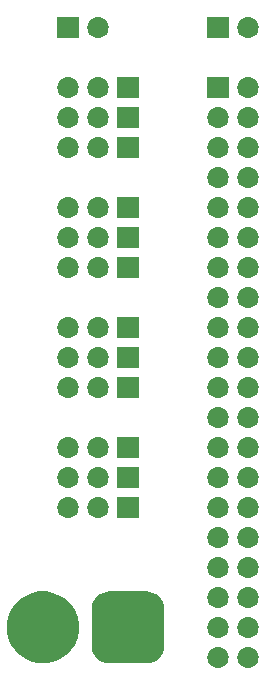
<source format=gbr>
G04 #@! TF.GenerationSoftware,KiCad,Pcbnew,(5.1.4-0-10_14)*
G04 #@! TF.CreationDate,2020-04-05T13:48:20-07:00*
G04 #@! TF.ProjectId,ServoPower2,53657276-6f50-46f7-9765-72322e6b6963,rev?*
G04 #@! TF.SameCoordinates,Original*
G04 #@! TF.FileFunction,Soldermask,Top*
G04 #@! TF.FilePolarity,Negative*
%FSLAX46Y46*%
G04 Gerber Fmt 4.6, Leading zero omitted, Abs format (unit mm)*
G04 Created by KiCad (PCBNEW (5.1.4-0-10_14)) date 2020-04-05 13:48:20*
%MOMM*%
%LPD*%
G04 APERTURE LIST*
%ADD10C,0.100000*%
G04 APERTURE END LIST*
D10*
G36*
X167750442Y-115945518D02*
G01*
X167816627Y-115952037D01*
X167986466Y-116003557D01*
X168142991Y-116087222D01*
X168178729Y-116116552D01*
X168280186Y-116199814D01*
X168363448Y-116301271D01*
X168392778Y-116337009D01*
X168476443Y-116493534D01*
X168527963Y-116663373D01*
X168545359Y-116840000D01*
X168527963Y-117016627D01*
X168476443Y-117186466D01*
X168392778Y-117342991D01*
X168386205Y-117351000D01*
X168280186Y-117480186D01*
X168178729Y-117563448D01*
X168142991Y-117592778D01*
X167986466Y-117676443D01*
X167816627Y-117727963D01*
X167750442Y-117734482D01*
X167684260Y-117741000D01*
X167595740Y-117741000D01*
X167529558Y-117734482D01*
X167463373Y-117727963D01*
X167293534Y-117676443D01*
X167137009Y-117592778D01*
X167101271Y-117563448D01*
X166999814Y-117480186D01*
X166893795Y-117351000D01*
X166887222Y-117342991D01*
X166803557Y-117186466D01*
X166752037Y-117016627D01*
X166734641Y-116840000D01*
X166752037Y-116663373D01*
X166803557Y-116493534D01*
X166887222Y-116337009D01*
X166916552Y-116301271D01*
X166999814Y-116199814D01*
X167101271Y-116116552D01*
X167137009Y-116087222D01*
X167293534Y-116003557D01*
X167463373Y-115952037D01*
X167529558Y-115945518D01*
X167595740Y-115939000D01*
X167684260Y-115939000D01*
X167750442Y-115945518D01*
X167750442Y-115945518D01*
G37*
G36*
X165210442Y-115945518D02*
G01*
X165276627Y-115952037D01*
X165446466Y-116003557D01*
X165602991Y-116087222D01*
X165638729Y-116116552D01*
X165740186Y-116199814D01*
X165823448Y-116301271D01*
X165852778Y-116337009D01*
X165936443Y-116493534D01*
X165987963Y-116663373D01*
X166005359Y-116840000D01*
X165987963Y-117016627D01*
X165936443Y-117186466D01*
X165852778Y-117342991D01*
X165846205Y-117351000D01*
X165740186Y-117480186D01*
X165638729Y-117563448D01*
X165602991Y-117592778D01*
X165446466Y-117676443D01*
X165276627Y-117727963D01*
X165210442Y-117734482D01*
X165144260Y-117741000D01*
X165055740Y-117741000D01*
X164989558Y-117734482D01*
X164923373Y-117727963D01*
X164753534Y-117676443D01*
X164597009Y-117592778D01*
X164561271Y-117563448D01*
X164459814Y-117480186D01*
X164353795Y-117351000D01*
X164347222Y-117342991D01*
X164263557Y-117186466D01*
X164212037Y-117016627D01*
X164194641Y-116840000D01*
X164212037Y-116663373D01*
X164263557Y-116493534D01*
X164347222Y-116337009D01*
X164376552Y-116301271D01*
X164459814Y-116199814D01*
X164561271Y-116116552D01*
X164597009Y-116087222D01*
X164753534Y-116003557D01*
X164923373Y-115952037D01*
X164989558Y-115945518D01*
X165055740Y-115939000D01*
X165144260Y-115939000D01*
X165210442Y-115945518D01*
X165210442Y-115945518D01*
G37*
G36*
X159353297Y-111277704D02*
G01*
X159627637Y-111360924D01*
X159880462Y-111496062D01*
X160102070Y-111677930D01*
X160283938Y-111899538D01*
X160419076Y-112152363D01*
X160502296Y-112426703D01*
X160531000Y-112718140D01*
X160531000Y-115881860D01*
X160502296Y-116173297D01*
X160419076Y-116447637D01*
X160283938Y-116700462D01*
X160102070Y-116922070D01*
X159880462Y-117103938D01*
X159627637Y-117239076D01*
X159353297Y-117322296D01*
X159061860Y-117351000D01*
X155898140Y-117351000D01*
X155606703Y-117322296D01*
X155332363Y-117239076D01*
X155079538Y-117103938D01*
X154857930Y-116922070D01*
X154676062Y-116700462D01*
X154540924Y-116447637D01*
X154457704Y-116173297D01*
X154429000Y-115881860D01*
X154429000Y-112718140D01*
X154457704Y-112426703D01*
X154540924Y-112152363D01*
X154676062Y-111899538D01*
X154857930Y-111677930D01*
X155079538Y-111496062D01*
X155332363Y-111360924D01*
X155606703Y-111277704D01*
X155898140Y-111249000D01*
X159061860Y-111249000D01*
X159353297Y-111277704D01*
X159353297Y-111277704D01*
G37*
G36*
X151169943Y-111366248D02*
G01*
X151725189Y-111596238D01*
X151725190Y-111596239D01*
X152224899Y-111930134D01*
X152649866Y-112355101D01*
X152649867Y-112355103D01*
X152983762Y-112854811D01*
X153213752Y-113410057D01*
X153331000Y-113999501D01*
X153331000Y-114600499D01*
X153213752Y-115189943D01*
X152983762Y-115745189D01*
X152983761Y-115745190D01*
X152649866Y-116244899D01*
X152224899Y-116669866D01*
X151973347Y-116837948D01*
X151725189Y-117003762D01*
X151169943Y-117233752D01*
X150580499Y-117351000D01*
X149979501Y-117351000D01*
X149390057Y-117233752D01*
X148834811Y-117003762D01*
X148586653Y-116837948D01*
X148335101Y-116669866D01*
X147910134Y-116244899D01*
X147576239Y-115745190D01*
X147576238Y-115745189D01*
X147346248Y-115189943D01*
X147229000Y-114600499D01*
X147229000Y-113999501D01*
X147346248Y-113410057D01*
X147576238Y-112854811D01*
X147910133Y-112355103D01*
X147910134Y-112355101D01*
X148335101Y-111930134D01*
X148834810Y-111596239D01*
X148834811Y-111596238D01*
X149390057Y-111366248D01*
X149979501Y-111249000D01*
X150580499Y-111249000D01*
X151169943Y-111366248D01*
X151169943Y-111366248D01*
G37*
G36*
X165210443Y-113405519D02*
G01*
X165276627Y-113412037D01*
X165446466Y-113463557D01*
X165602991Y-113547222D01*
X165638729Y-113576552D01*
X165740186Y-113659814D01*
X165823448Y-113761271D01*
X165852778Y-113797009D01*
X165936443Y-113953534D01*
X165987963Y-114123373D01*
X166005359Y-114300000D01*
X165987963Y-114476627D01*
X165936443Y-114646466D01*
X165852778Y-114802991D01*
X165823448Y-114838729D01*
X165740186Y-114940186D01*
X165638729Y-115023448D01*
X165602991Y-115052778D01*
X165446466Y-115136443D01*
X165276627Y-115187963D01*
X165210442Y-115194482D01*
X165144260Y-115201000D01*
X165055740Y-115201000D01*
X164989558Y-115194482D01*
X164923373Y-115187963D01*
X164753534Y-115136443D01*
X164597009Y-115052778D01*
X164561271Y-115023448D01*
X164459814Y-114940186D01*
X164376552Y-114838729D01*
X164347222Y-114802991D01*
X164263557Y-114646466D01*
X164212037Y-114476627D01*
X164194641Y-114300000D01*
X164212037Y-114123373D01*
X164263557Y-113953534D01*
X164347222Y-113797009D01*
X164376552Y-113761271D01*
X164459814Y-113659814D01*
X164561271Y-113576552D01*
X164597009Y-113547222D01*
X164753534Y-113463557D01*
X164923373Y-113412037D01*
X164989557Y-113405519D01*
X165055740Y-113399000D01*
X165144260Y-113399000D01*
X165210443Y-113405519D01*
X165210443Y-113405519D01*
G37*
G36*
X167750443Y-113405519D02*
G01*
X167816627Y-113412037D01*
X167986466Y-113463557D01*
X168142991Y-113547222D01*
X168178729Y-113576552D01*
X168280186Y-113659814D01*
X168363448Y-113761271D01*
X168392778Y-113797009D01*
X168476443Y-113953534D01*
X168527963Y-114123373D01*
X168545359Y-114300000D01*
X168527963Y-114476627D01*
X168476443Y-114646466D01*
X168392778Y-114802991D01*
X168363448Y-114838729D01*
X168280186Y-114940186D01*
X168178729Y-115023448D01*
X168142991Y-115052778D01*
X167986466Y-115136443D01*
X167816627Y-115187963D01*
X167750442Y-115194482D01*
X167684260Y-115201000D01*
X167595740Y-115201000D01*
X167529558Y-115194482D01*
X167463373Y-115187963D01*
X167293534Y-115136443D01*
X167137009Y-115052778D01*
X167101271Y-115023448D01*
X166999814Y-114940186D01*
X166916552Y-114838729D01*
X166887222Y-114802991D01*
X166803557Y-114646466D01*
X166752037Y-114476627D01*
X166734641Y-114300000D01*
X166752037Y-114123373D01*
X166803557Y-113953534D01*
X166887222Y-113797009D01*
X166916552Y-113761271D01*
X166999814Y-113659814D01*
X167101271Y-113576552D01*
X167137009Y-113547222D01*
X167293534Y-113463557D01*
X167463373Y-113412037D01*
X167529557Y-113405519D01*
X167595740Y-113399000D01*
X167684260Y-113399000D01*
X167750443Y-113405519D01*
X167750443Y-113405519D01*
G37*
G36*
X167750442Y-110865518D02*
G01*
X167816627Y-110872037D01*
X167986466Y-110923557D01*
X168142991Y-111007222D01*
X168178729Y-111036552D01*
X168280186Y-111119814D01*
X168363448Y-111221271D01*
X168392778Y-111257009D01*
X168476443Y-111413534D01*
X168527963Y-111583373D01*
X168545359Y-111760000D01*
X168527963Y-111936627D01*
X168476443Y-112106466D01*
X168392778Y-112262991D01*
X168363448Y-112298729D01*
X168280186Y-112400186D01*
X168178729Y-112483448D01*
X168142991Y-112512778D01*
X167986466Y-112596443D01*
X167816627Y-112647963D01*
X167750442Y-112654482D01*
X167684260Y-112661000D01*
X167595740Y-112661000D01*
X167529558Y-112654482D01*
X167463373Y-112647963D01*
X167293534Y-112596443D01*
X167137009Y-112512778D01*
X167101271Y-112483448D01*
X166999814Y-112400186D01*
X166916552Y-112298729D01*
X166887222Y-112262991D01*
X166803557Y-112106466D01*
X166752037Y-111936627D01*
X166734641Y-111760000D01*
X166752037Y-111583373D01*
X166803557Y-111413534D01*
X166887222Y-111257009D01*
X166916552Y-111221271D01*
X166999814Y-111119814D01*
X167101271Y-111036552D01*
X167137009Y-111007222D01*
X167293534Y-110923557D01*
X167463373Y-110872037D01*
X167529558Y-110865518D01*
X167595740Y-110859000D01*
X167684260Y-110859000D01*
X167750442Y-110865518D01*
X167750442Y-110865518D01*
G37*
G36*
X165210442Y-110865518D02*
G01*
X165276627Y-110872037D01*
X165446466Y-110923557D01*
X165602991Y-111007222D01*
X165638729Y-111036552D01*
X165740186Y-111119814D01*
X165823448Y-111221271D01*
X165852778Y-111257009D01*
X165936443Y-111413534D01*
X165987963Y-111583373D01*
X166005359Y-111760000D01*
X165987963Y-111936627D01*
X165936443Y-112106466D01*
X165852778Y-112262991D01*
X165823448Y-112298729D01*
X165740186Y-112400186D01*
X165638729Y-112483448D01*
X165602991Y-112512778D01*
X165446466Y-112596443D01*
X165276627Y-112647963D01*
X165210442Y-112654482D01*
X165144260Y-112661000D01*
X165055740Y-112661000D01*
X164989558Y-112654482D01*
X164923373Y-112647963D01*
X164753534Y-112596443D01*
X164597009Y-112512778D01*
X164561271Y-112483448D01*
X164459814Y-112400186D01*
X164376552Y-112298729D01*
X164347222Y-112262991D01*
X164263557Y-112106466D01*
X164212037Y-111936627D01*
X164194641Y-111760000D01*
X164212037Y-111583373D01*
X164263557Y-111413534D01*
X164347222Y-111257009D01*
X164376552Y-111221271D01*
X164459814Y-111119814D01*
X164561271Y-111036552D01*
X164597009Y-111007222D01*
X164753534Y-110923557D01*
X164923373Y-110872037D01*
X164989558Y-110865518D01*
X165055740Y-110859000D01*
X165144260Y-110859000D01*
X165210442Y-110865518D01*
X165210442Y-110865518D01*
G37*
G36*
X165210443Y-108325519D02*
G01*
X165276627Y-108332037D01*
X165446466Y-108383557D01*
X165602991Y-108467222D01*
X165638729Y-108496552D01*
X165740186Y-108579814D01*
X165823448Y-108681271D01*
X165852778Y-108717009D01*
X165936443Y-108873534D01*
X165987963Y-109043373D01*
X166005359Y-109220000D01*
X165987963Y-109396627D01*
X165936443Y-109566466D01*
X165852778Y-109722991D01*
X165823448Y-109758729D01*
X165740186Y-109860186D01*
X165638729Y-109943448D01*
X165602991Y-109972778D01*
X165446466Y-110056443D01*
X165276627Y-110107963D01*
X165210443Y-110114481D01*
X165144260Y-110121000D01*
X165055740Y-110121000D01*
X164989557Y-110114481D01*
X164923373Y-110107963D01*
X164753534Y-110056443D01*
X164597009Y-109972778D01*
X164561271Y-109943448D01*
X164459814Y-109860186D01*
X164376552Y-109758729D01*
X164347222Y-109722991D01*
X164263557Y-109566466D01*
X164212037Y-109396627D01*
X164194641Y-109220000D01*
X164212037Y-109043373D01*
X164263557Y-108873534D01*
X164347222Y-108717009D01*
X164376552Y-108681271D01*
X164459814Y-108579814D01*
X164561271Y-108496552D01*
X164597009Y-108467222D01*
X164753534Y-108383557D01*
X164923373Y-108332037D01*
X164989557Y-108325519D01*
X165055740Y-108319000D01*
X165144260Y-108319000D01*
X165210443Y-108325519D01*
X165210443Y-108325519D01*
G37*
G36*
X167750443Y-108325519D02*
G01*
X167816627Y-108332037D01*
X167986466Y-108383557D01*
X168142991Y-108467222D01*
X168178729Y-108496552D01*
X168280186Y-108579814D01*
X168363448Y-108681271D01*
X168392778Y-108717009D01*
X168476443Y-108873534D01*
X168527963Y-109043373D01*
X168545359Y-109220000D01*
X168527963Y-109396627D01*
X168476443Y-109566466D01*
X168392778Y-109722991D01*
X168363448Y-109758729D01*
X168280186Y-109860186D01*
X168178729Y-109943448D01*
X168142991Y-109972778D01*
X167986466Y-110056443D01*
X167816627Y-110107963D01*
X167750443Y-110114481D01*
X167684260Y-110121000D01*
X167595740Y-110121000D01*
X167529557Y-110114481D01*
X167463373Y-110107963D01*
X167293534Y-110056443D01*
X167137009Y-109972778D01*
X167101271Y-109943448D01*
X166999814Y-109860186D01*
X166916552Y-109758729D01*
X166887222Y-109722991D01*
X166803557Y-109566466D01*
X166752037Y-109396627D01*
X166734641Y-109220000D01*
X166752037Y-109043373D01*
X166803557Y-108873534D01*
X166887222Y-108717009D01*
X166916552Y-108681271D01*
X166999814Y-108579814D01*
X167101271Y-108496552D01*
X167137009Y-108467222D01*
X167293534Y-108383557D01*
X167463373Y-108332037D01*
X167529557Y-108325519D01*
X167595740Y-108319000D01*
X167684260Y-108319000D01*
X167750443Y-108325519D01*
X167750443Y-108325519D01*
G37*
G36*
X167750443Y-105785519D02*
G01*
X167816627Y-105792037D01*
X167986466Y-105843557D01*
X168142991Y-105927222D01*
X168178729Y-105956552D01*
X168280186Y-106039814D01*
X168363448Y-106141271D01*
X168392778Y-106177009D01*
X168476443Y-106333534D01*
X168527963Y-106503373D01*
X168545359Y-106680000D01*
X168527963Y-106856627D01*
X168476443Y-107026466D01*
X168392778Y-107182991D01*
X168363448Y-107218729D01*
X168280186Y-107320186D01*
X168178729Y-107403448D01*
X168142991Y-107432778D01*
X167986466Y-107516443D01*
X167816627Y-107567963D01*
X167750443Y-107574481D01*
X167684260Y-107581000D01*
X167595740Y-107581000D01*
X167529557Y-107574481D01*
X167463373Y-107567963D01*
X167293534Y-107516443D01*
X167137009Y-107432778D01*
X167101271Y-107403448D01*
X166999814Y-107320186D01*
X166916552Y-107218729D01*
X166887222Y-107182991D01*
X166803557Y-107026466D01*
X166752037Y-106856627D01*
X166734641Y-106680000D01*
X166752037Y-106503373D01*
X166803557Y-106333534D01*
X166887222Y-106177009D01*
X166916552Y-106141271D01*
X166999814Y-106039814D01*
X167101271Y-105956552D01*
X167137009Y-105927222D01*
X167293534Y-105843557D01*
X167463373Y-105792037D01*
X167529557Y-105785519D01*
X167595740Y-105779000D01*
X167684260Y-105779000D01*
X167750443Y-105785519D01*
X167750443Y-105785519D01*
G37*
G36*
X165210443Y-105785519D02*
G01*
X165276627Y-105792037D01*
X165446466Y-105843557D01*
X165602991Y-105927222D01*
X165638729Y-105956552D01*
X165740186Y-106039814D01*
X165823448Y-106141271D01*
X165852778Y-106177009D01*
X165936443Y-106333534D01*
X165987963Y-106503373D01*
X166005359Y-106680000D01*
X165987963Y-106856627D01*
X165936443Y-107026466D01*
X165852778Y-107182991D01*
X165823448Y-107218729D01*
X165740186Y-107320186D01*
X165638729Y-107403448D01*
X165602991Y-107432778D01*
X165446466Y-107516443D01*
X165276627Y-107567963D01*
X165210443Y-107574481D01*
X165144260Y-107581000D01*
X165055740Y-107581000D01*
X164989557Y-107574481D01*
X164923373Y-107567963D01*
X164753534Y-107516443D01*
X164597009Y-107432778D01*
X164561271Y-107403448D01*
X164459814Y-107320186D01*
X164376552Y-107218729D01*
X164347222Y-107182991D01*
X164263557Y-107026466D01*
X164212037Y-106856627D01*
X164194641Y-106680000D01*
X164212037Y-106503373D01*
X164263557Y-106333534D01*
X164347222Y-106177009D01*
X164376552Y-106141271D01*
X164459814Y-106039814D01*
X164561271Y-105956552D01*
X164597009Y-105927222D01*
X164753534Y-105843557D01*
X164923373Y-105792037D01*
X164989557Y-105785519D01*
X165055740Y-105779000D01*
X165144260Y-105779000D01*
X165210443Y-105785519D01*
X165210443Y-105785519D01*
G37*
G36*
X155050443Y-103245519D02*
G01*
X155116627Y-103252037D01*
X155286466Y-103303557D01*
X155442991Y-103387222D01*
X155478729Y-103416552D01*
X155580186Y-103499814D01*
X155663448Y-103601271D01*
X155692778Y-103637009D01*
X155776443Y-103793534D01*
X155827963Y-103963373D01*
X155845359Y-104140000D01*
X155827963Y-104316627D01*
X155776443Y-104486466D01*
X155692778Y-104642991D01*
X155663448Y-104678729D01*
X155580186Y-104780186D01*
X155478729Y-104863448D01*
X155442991Y-104892778D01*
X155286466Y-104976443D01*
X155116627Y-105027963D01*
X155050442Y-105034482D01*
X154984260Y-105041000D01*
X154895740Y-105041000D01*
X154829557Y-105034481D01*
X154763373Y-105027963D01*
X154593534Y-104976443D01*
X154437009Y-104892778D01*
X154401271Y-104863448D01*
X154299814Y-104780186D01*
X154216552Y-104678729D01*
X154187222Y-104642991D01*
X154103557Y-104486466D01*
X154052037Y-104316627D01*
X154034641Y-104140000D01*
X154052037Y-103963373D01*
X154103557Y-103793534D01*
X154187222Y-103637009D01*
X154216552Y-103601271D01*
X154299814Y-103499814D01*
X154401271Y-103416552D01*
X154437009Y-103387222D01*
X154593534Y-103303557D01*
X154763373Y-103252037D01*
X154829558Y-103245518D01*
X154895740Y-103239000D01*
X154984260Y-103239000D01*
X155050443Y-103245519D01*
X155050443Y-103245519D01*
G37*
G36*
X167750443Y-103245519D02*
G01*
X167816627Y-103252037D01*
X167986466Y-103303557D01*
X168142991Y-103387222D01*
X168178729Y-103416552D01*
X168280186Y-103499814D01*
X168363448Y-103601271D01*
X168392778Y-103637009D01*
X168476443Y-103793534D01*
X168527963Y-103963373D01*
X168545359Y-104140000D01*
X168527963Y-104316627D01*
X168476443Y-104486466D01*
X168392778Y-104642991D01*
X168363448Y-104678729D01*
X168280186Y-104780186D01*
X168178729Y-104863448D01*
X168142991Y-104892778D01*
X167986466Y-104976443D01*
X167816627Y-105027963D01*
X167750442Y-105034482D01*
X167684260Y-105041000D01*
X167595740Y-105041000D01*
X167529557Y-105034481D01*
X167463373Y-105027963D01*
X167293534Y-104976443D01*
X167137009Y-104892778D01*
X167101271Y-104863448D01*
X166999814Y-104780186D01*
X166916552Y-104678729D01*
X166887222Y-104642991D01*
X166803557Y-104486466D01*
X166752037Y-104316627D01*
X166734641Y-104140000D01*
X166752037Y-103963373D01*
X166803557Y-103793534D01*
X166887222Y-103637009D01*
X166916552Y-103601271D01*
X166999814Y-103499814D01*
X167101271Y-103416552D01*
X167137009Y-103387222D01*
X167293534Y-103303557D01*
X167463373Y-103252037D01*
X167529558Y-103245518D01*
X167595740Y-103239000D01*
X167684260Y-103239000D01*
X167750443Y-103245519D01*
X167750443Y-103245519D01*
G37*
G36*
X165210443Y-103245519D02*
G01*
X165276627Y-103252037D01*
X165446466Y-103303557D01*
X165602991Y-103387222D01*
X165638729Y-103416552D01*
X165740186Y-103499814D01*
X165823448Y-103601271D01*
X165852778Y-103637009D01*
X165936443Y-103793534D01*
X165987963Y-103963373D01*
X166005359Y-104140000D01*
X165987963Y-104316627D01*
X165936443Y-104486466D01*
X165852778Y-104642991D01*
X165823448Y-104678729D01*
X165740186Y-104780186D01*
X165638729Y-104863448D01*
X165602991Y-104892778D01*
X165446466Y-104976443D01*
X165276627Y-105027963D01*
X165210442Y-105034482D01*
X165144260Y-105041000D01*
X165055740Y-105041000D01*
X164989557Y-105034481D01*
X164923373Y-105027963D01*
X164753534Y-104976443D01*
X164597009Y-104892778D01*
X164561271Y-104863448D01*
X164459814Y-104780186D01*
X164376552Y-104678729D01*
X164347222Y-104642991D01*
X164263557Y-104486466D01*
X164212037Y-104316627D01*
X164194641Y-104140000D01*
X164212037Y-103963373D01*
X164263557Y-103793534D01*
X164347222Y-103637009D01*
X164376552Y-103601271D01*
X164459814Y-103499814D01*
X164561271Y-103416552D01*
X164597009Y-103387222D01*
X164753534Y-103303557D01*
X164923373Y-103252037D01*
X164989558Y-103245518D01*
X165055740Y-103239000D01*
X165144260Y-103239000D01*
X165210443Y-103245519D01*
X165210443Y-103245519D01*
G37*
G36*
X158381000Y-105041000D02*
G01*
X156579000Y-105041000D01*
X156579000Y-103239000D01*
X158381000Y-103239000D01*
X158381000Y-105041000D01*
X158381000Y-105041000D01*
G37*
G36*
X152510443Y-103245519D02*
G01*
X152576627Y-103252037D01*
X152746466Y-103303557D01*
X152902991Y-103387222D01*
X152938729Y-103416552D01*
X153040186Y-103499814D01*
X153123448Y-103601271D01*
X153152778Y-103637009D01*
X153236443Y-103793534D01*
X153287963Y-103963373D01*
X153305359Y-104140000D01*
X153287963Y-104316627D01*
X153236443Y-104486466D01*
X153152778Y-104642991D01*
X153123448Y-104678729D01*
X153040186Y-104780186D01*
X152938729Y-104863448D01*
X152902991Y-104892778D01*
X152746466Y-104976443D01*
X152576627Y-105027963D01*
X152510442Y-105034482D01*
X152444260Y-105041000D01*
X152355740Y-105041000D01*
X152289557Y-105034481D01*
X152223373Y-105027963D01*
X152053534Y-104976443D01*
X151897009Y-104892778D01*
X151861271Y-104863448D01*
X151759814Y-104780186D01*
X151676552Y-104678729D01*
X151647222Y-104642991D01*
X151563557Y-104486466D01*
X151512037Y-104316627D01*
X151494641Y-104140000D01*
X151512037Y-103963373D01*
X151563557Y-103793534D01*
X151647222Y-103637009D01*
X151676552Y-103601271D01*
X151759814Y-103499814D01*
X151861271Y-103416552D01*
X151897009Y-103387222D01*
X152053534Y-103303557D01*
X152223373Y-103252037D01*
X152289558Y-103245518D01*
X152355740Y-103239000D01*
X152444260Y-103239000D01*
X152510443Y-103245519D01*
X152510443Y-103245519D01*
G37*
G36*
X152510443Y-100705519D02*
G01*
X152576627Y-100712037D01*
X152746466Y-100763557D01*
X152902991Y-100847222D01*
X152938729Y-100876552D01*
X153040186Y-100959814D01*
X153123448Y-101061271D01*
X153152778Y-101097009D01*
X153236443Y-101253534D01*
X153287963Y-101423373D01*
X153305359Y-101600000D01*
X153287963Y-101776627D01*
X153236443Y-101946466D01*
X153152778Y-102102991D01*
X153123448Y-102138729D01*
X153040186Y-102240186D01*
X152938729Y-102323448D01*
X152902991Y-102352778D01*
X152746466Y-102436443D01*
X152576627Y-102487963D01*
X152510442Y-102494482D01*
X152444260Y-102501000D01*
X152355740Y-102501000D01*
X152289558Y-102494482D01*
X152223373Y-102487963D01*
X152053534Y-102436443D01*
X151897009Y-102352778D01*
X151861271Y-102323448D01*
X151759814Y-102240186D01*
X151676552Y-102138729D01*
X151647222Y-102102991D01*
X151563557Y-101946466D01*
X151512037Y-101776627D01*
X151494641Y-101600000D01*
X151512037Y-101423373D01*
X151563557Y-101253534D01*
X151647222Y-101097009D01*
X151676552Y-101061271D01*
X151759814Y-100959814D01*
X151861271Y-100876552D01*
X151897009Y-100847222D01*
X152053534Y-100763557D01*
X152223373Y-100712037D01*
X152289557Y-100705519D01*
X152355740Y-100699000D01*
X152444260Y-100699000D01*
X152510443Y-100705519D01*
X152510443Y-100705519D01*
G37*
G36*
X158381000Y-102501000D02*
G01*
X156579000Y-102501000D01*
X156579000Y-100699000D01*
X158381000Y-100699000D01*
X158381000Y-102501000D01*
X158381000Y-102501000D01*
G37*
G36*
X155050443Y-100705519D02*
G01*
X155116627Y-100712037D01*
X155286466Y-100763557D01*
X155442991Y-100847222D01*
X155478729Y-100876552D01*
X155580186Y-100959814D01*
X155663448Y-101061271D01*
X155692778Y-101097009D01*
X155776443Y-101253534D01*
X155827963Y-101423373D01*
X155845359Y-101600000D01*
X155827963Y-101776627D01*
X155776443Y-101946466D01*
X155692778Y-102102991D01*
X155663448Y-102138729D01*
X155580186Y-102240186D01*
X155478729Y-102323448D01*
X155442991Y-102352778D01*
X155286466Y-102436443D01*
X155116627Y-102487963D01*
X155050442Y-102494482D01*
X154984260Y-102501000D01*
X154895740Y-102501000D01*
X154829558Y-102494482D01*
X154763373Y-102487963D01*
X154593534Y-102436443D01*
X154437009Y-102352778D01*
X154401271Y-102323448D01*
X154299814Y-102240186D01*
X154216552Y-102138729D01*
X154187222Y-102102991D01*
X154103557Y-101946466D01*
X154052037Y-101776627D01*
X154034641Y-101600000D01*
X154052037Y-101423373D01*
X154103557Y-101253534D01*
X154187222Y-101097009D01*
X154216552Y-101061271D01*
X154299814Y-100959814D01*
X154401271Y-100876552D01*
X154437009Y-100847222D01*
X154593534Y-100763557D01*
X154763373Y-100712037D01*
X154829557Y-100705519D01*
X154895740Y-100699000D01*
X154984260Y-100699000D01*
X155050443Y-100705519D01*
X155050443Y-100705519D01*
G37*
G36*
X167750443Y-100705519D02*
G01*
X167816627Y-100712037D01*
X167986466Y-100763557D01*
X168142991Y-100847222D01*
X168178729Y-100876552D01*
X168280186Y-100959814D01*
X168363448Y-101061271D01*
X168392778Y-101097009D01*
X168476443Y-101253534D01*
X168527963Y-101423373D01*
X168545359Y-101600000D01*
X168527963Y-101776627D01*
X168476443Y-101946466D01*
X168392778Y-102102991D01*
X168363448Y-102138729D01*
X168280186Y-102240186D01*
X168178729Y-102323448D01*
X168142991Y-102352778D01*
X167986466Y-102436443D01*
X167816627Y-102487963D01*
X167750442Y-102494482D01*
X167684260Y-102501000D01*
X167595740Y-102501000D01*
X167529558Y-102494482D01*
X167463373Y-102487963D01*
X167293534Y-102436443D01*
X167137009Y-102352778D01*
X167101271Y-102323448D01*
X166999814Y-102240186D01*
X166916552Y-102138729D01*
X166887222Y-102102991D01*
X166803557Y-101946466D01*
X166752037Y-101776627D01*
X166734641Y-101600000D01*
X166752037Y-101423373D01*
X166803557Y-101253534D01*
X166887222Y-101097009D01*
X166916552Y-101061271D01*
X166999814Y-100959814D01*
X167101271Y-100876552D01*
X167137009Y-100847222D01*
X167293534Y-100763557D01*
X167463373Y-100712037D01*
X167529557Y-100705519D01*
X167595740Y-100699000D01*
X167684260Y-100699000D01*
X167750443Y-100705519D01*
X167750443Y-100705519D01*
G37*
G36*
X165210443Y-100705519D02*
G01*
X165276627Y-100712037D01*
X165446466Y-100763557D01*
X165602991Y-100847222D01*
X165638729Y-100876552D01*
X165740186Y-100959814D01*
X165823448Y-101061271D01*
X165852778Y-101097009D01*
X165936443Y-101253534D01*
X165987963Y-101423373D01*
X166005359Y-101600000D01*
X165987963Y-101776627D01*
X165936443Y-101946466D01*
X165852778Y-102102991D01*
X165823448Y-102138729D01*
X165740186Y-102240186D01*
X165638729Y-102323448D01*
X165602991Y-102352778D01*
X165446466Y-102436443D01*
X165276627Y-102487963D01*
X165210442Y-102494482D01*
X165144260Y-102501000D01*
X165055740Y-102501000D01*
X164989558Y-102494482D01*
X164923373Y-102487963D01*
X164753534Y-102436443D01*
X164597009Y-102352778D01*
X164561271Y-102323448D01*
X164459814Y-102240186D01*
X164376552Y-102138729D01*
X164347222Y-102102991D01*
X164263557Y-101946466D01*
X164212037Y-101776627D01*
X164194641Y-101600000D01*
X164212037Y-101423373D01*
X164263557Y-101253534D01*
X164347222Y-101097009D01*
X164376552Y-101061271D01*
X164459814Y-100959814D01*
X164561271Y-100876552D01*
X164597009Y-100847222D01*
X164753534Y-100763557D01*
X164923373Y-100712037D01*
X164989557Y-100705519D01*
X165055740Y-100699000D01*
X165144260Y-100699000D01*
X165210443Y-100705519D01*
X165210443Y-100705519D01*
G37*
G36*
X167750443Y-98165519D02*
G01*
X167816627Y-98172037D01*
X167986466Y-98223557D01*
X168142991Y-98307222D01*
X168178729Y-98336552D01*
X168280186Y-98419814D01*
X168363448Y-98521271D01*
X168392778Y-98557009D01*
X168476443Y-98713534D01*
X168527963Y-98883373D01*
X168545359Y-99060000D01*
X168527963Y-99236627D01*
X168476443Y-99406466D01*
X168392778Y-99562991D01*
X168363448Y-99598729D01*
X168280186Y-99700186D01*
X168178729Y-99783448D01*
X168142991Y-99812778D01*
X167986466Y-99896443D01*
X167816627Y-99947963D01*
X167750443Y-99954481D01*
X167684260Y-99961000D01*
X167595740Y-99961000D01*
X167529557Y-99954481D01*
X167463373Y-99947963D01*
X167293534Y-99896443D01*
X167137009Y-99812778D01*
X167101271Y-99783448D01*
X166999814Y-99700186D01*
X166916552Y-99598729D01*
X166887222Y-99562991D01*
X166803557Y-99406466D01*
X166752037Y-99236627D01*
X166734641Y-99060000D01*
X166752037Y-98883373D01*
X166803557Y-98713534D01*
X166887222Y-98557009D01*
X166916552Y-98521271D01*
X166999814Y-98419814D01*
X167101271Y-98336552D01*
X167137009Y-98307222D01*
X167293534Y-98223557D01*
X167463373Y-98172037D01*
X167529557Y-98165519D01*
X167595740Y-98159000D01*
X167684260Y-98159000D01*
X167750443Y-98165519D01*
X167750443Y-98165519D01*
G37*
G36*
X155050443Y-98165519D02*
G01*
X155116627Y-98172037D01*
X155286466Y-98223557D01*
X155442991Y-98307222D01*
X155478729Y-98336552D01*
X155580186Y-98419814D01*
X155663448Y-98521271D01*
X155692778Y-98557009D01*
X155776443Y-98713534D01*
X155827963Y-98883373D01*
X155845359Y-99060000D01*
X155827963Y-99236627D01*
X155776443Y-99406466D01*
X155692778Y-99562991D01*
X155663448Y-99598729D01*
X155580186Y-99700186D01*
X155478729Y-99783448D01*
X155442991Y-99812778D01*
X155286466Y-99896443D01*
X155116627Y-99947963D01*
X155050443Y-99954481D01*
X154984260Y-99961000D01*
X154895740Y-99961000D01*
X154829557Y-99954481D01*
X154763373Y-99947963D01*
X154593534Y-99896443D01*
X154437009Y-99812778D01*
X154401271Y-99783448D01*
X154299814Y-99700186D01*
X154216552Y-99598729D01*
X154187222Y-99562991D01*
X154103557Y-99406466D01*
X154052037Y-99236627D01*
X154034641Y-99060000D01*
X154052037Y-98883373D01*
X154103557Y-98713534D01*
X154187222Y-98557009D01*
X154216552Y-98521271D01*
X154299814Y-98419814D01*
X154401271Y-98336552D01*
X154437009Y-98307222D01*
X154593534Y-98223557D01*
X154763373Y-98172037D01*
X154829557Y-98165519D01*
X154895740Y-98159000D01*
X154984260Y-98159000D01*
X155050443Y-98165519D01*
X155050443Y-98165519D01*
G37*
G36*
X158381000Y-99961000D02*
G01*
X156579000Y-99961000D01*
X156579000Y-98159000D01*
X158381000Y-98159000D01*
X158381000Y-99961000D01*
X158381000Y-99961000D01*
G37*
G36*
X165210443Y-98165519D02*
G01*
X165276627Y-98172037D01*
X165446466Y-98223557D01*
X165602991Y-98307222D01*
X165638729Y-98336552D01*
X165740186Y-98419814D01*
X165823448Y-98521271D01*
X165852778Y-98557009D01*
X165936443Y-98713534D01*
X165987963Y-98883373D01*
X166005359Y-99060000D01*
X165987963Y-99236627D01*
X165936443Y-99406466D01*
X165852778Y-99562991D01*
X165823448Y-99598729D01*
X165740186Y-99700186D01*
X165638729Y-99783448D01*
X165602991Y-99812778D01*
X165446466Y-99896443D01*
X165276627Y-99947963D01*
X165210443Y-99954481D01*
X165144260Y-99961000D01*
X165055740Y-99961000D01*
X164989557Y-99954481D01*
X164923373Y-99947963D01*
X164753534Y-99896443D01*
X164597009Y-99812778D01*
X164561271Y-99783448D01*
X164459814Y-99700186D01*
X164376552Y-99598729D01*
X164347222Y-99562991D01*
X164263557Y-99406466D01*
X164212037Y-99236627D01*
X164194641Y-99060000D01*
X164212037Y-98883373D01*
X164263557Y-98713534D01*
X164347222Y-98557009D01*
X164376552Y-98521271D01*
X164459814Y-98419814D01*
X164561271Y-98336552D01*
X164597009Y-98307222D01*
X164753534Y-98223557D01*
X164923373Y-98172037D01*
X164989557Y-98165519D01*
X165055740Y-98159000D01*
X165144260Y-98159000D01*
X165210443Y-98165519D01*
X165210443Y-98165519D01*
G37*
G36*
X152510443Y-98165519D02*
G01*
X152576627Y-98172037D01*
X152746466Y-98223557D01*
X152902991Y-98307222D01*
X152938729Y-98336552D01*
X153040186Y-98419814D01*
X153123448Y-98521271D01*
X153152778Y-98557009D01*
X153236443Y-98713534D01*
X153287963Y-98883373D01*
X153305359Y-99060000D01*
X153287963Y-99236627D01*
X153236443Y-99406466D01*
X153152778Y-99562991D01*
X153123448Y-99598729D01*
X153040186Y-99700186D01*
X152938729Y-99783448D01*
X152902991Y-99812778D01*
X152746466Y-99896443D01*
X152576627Y-99947963D01*
X152510443Y-99954481D01*
X152444260Y-99961000D01*
X152355740Y-99961000D01*
X152289557Y-99954481D01*
X152223373Y-99947963D01*
X152053534Y-99896443D01*
X151897009Y-99812778D01*
X151861271Y-99783448D01*
X151759814Y-99700186D01*
X151676552Y-99598729D01*
X151647222Y-99562991D01*
X151563557Y-99406466D01*
X151512037Y-99236627D01*
X151494641Y-99060000D01*
X151512037Y-98883373D01*
X151563557Y-98713534D01*
X151647222Y-98557009D01*
X151676552Y-98521271D01*
X151759814Y-98419814D01*
X151861271Y-98336552D01*
X151897009Y-98307222D01*
X152053534Y-98223557D01*
X152223373Y-98172037D01*
X152289557Y-98165519D01*
X152355740Y-98159000D01*
X152444260Y-98159000D01*
X152510443Y-98165519D01*
X152510443Y-98165519D01*
G37*
G36*
X165210442Y-95625518D02*
G01*
X165276627Y-95632037D01*
X165446466Y-95683557D01*
X165602991Y-95767222D01*
X165638729Y-95796552D01*
X165740186Y-95879814D01*
X165823448Y-95981271D01*
X165852778Y-96017009D01*
X165936443Y-96173534D01*
X165987963Y-96343373D01*
X166005359Y-96520000D01*
X165987963Y-96696627D01*
X165936443Y-96866466D01*
X165852778Y-97022991D01*
X165823448Y-97058729D01*
X165740186Y-97160186D01*
X165638729Y-97243448D01*
X165602991Y-97272778D01*
X165446466Y-97356443D01*
X165276627Y-97407963D01*
X165210442Y-97414482D01*
X165144260Y-97421000D01*
X165055740Y-97421000D01*
X164989558Y-97414482D01*
X164923373Y-97407963D01*
X164753534Y-97356443D01*
X164597009Y-97272778D01*
X164561271Y-97243448D01*
X164459814Y-97160186D01*
X164376552Y-97058729D01*
X164347222Y-97022991D01*
X164263557Y-96866466D01*
X164212037Y-96696627D01*
X164194641Y-96520000D01*
X164212037Y-96343373D01*
X164263557Y-96173534D01*
X164347222Y-96017009D01*
X164376552Y-95981271D01*
X164459814Y-95879814D01*
X164561271Y-95796552D01*
X164597009Y-95767222D01*
X164753534Y-95683557D01*
X164923373Y-95632037D01*
X164989558Y-95625518D01*
X165055740Y-95619000D01*
X165144260Y-95619000D01*
X165210442Y-95625518D01*
X165210442Y-95625518D01*
G37*
G36*
X167750442Y-95625518D02*
G01*
X167816627Y-95632037D01*
X167986466Y-95683557D01*
X168142991Y-95767222D01*
X168178729Y-95796552D01*
X168280186Y-95879814D01*
X168363448Y-95981271D01*
X168392778Y-96017009D01*
X168476443Y-96173534D01*
X168527963Y-96343373D01*
X168545359Y-96520000D01*
X168527963Y-96696627D01*
X168476443Y-96866466D01*
X168392778Y-97022991D01*
X168363448Y-97058729D01*
X168280186Y-97160186D01*
X168178729Y-97243448D01*
X168142991Y-97272778D01*
X167986466Y-97356443D01*
X167816627Y-97407963D01*
X167750442Y-97414482D01*
X167684260Y-97421000D01*
X167595740Y-97421000D01*
X167529558Y-97414482D01*
X167463373Y-97407963D01*
X167293534Y-97356443D01*
X167137009Y-97272778D01*
X167101271Y-97243448D01*
X166999814Y-97160186D01*
X166916552Y-97058729D01*
X166887222Y-97022991D01*
X166803557Y-96866466D01*
X166752037Y-96696627D01*
X166734641Y-96520000D01*
X166752037Y-96343373D01*
X166803557Y-96173534D01*
X166887222Y-96017009D01*
X166916552Y-95981271D01*
X166999814Y-95879814D01*
X167101271Y-95796552D01*
X167137009Y-95767222D01*
X167293534Y-95683557D01*
X167463373Y-95632037D01*
X167529558Y-95625518D01*
X167595740Y-95619000D01*
X167684260Y-95619000D01*
X167750442Y-95625518D01*
X167750442Y-95625518D01*
G37*
G36*
X152510443Y-93085519D02*
G01*
X152576627Y-93092037D01*
X152746466Y-93143557D01*
X152902991Y-93227222D01*
X152938729Y-93256552D01*
X153040186Y-93339814D01*
X153123448Y-93441271D01*
X153152778Y-93477009D01*
X153236443Y-93633534D01*
X153287963Y-93803373D01*
X153305359Y-93980000D01*
X153287963Y-94156627D01*
X153236443Y-94326466D01*
X153152778Y-94482991D01*
X153123448Y-94518729D01*
X153040186Y-94620186D01*
X152938729Y-94703448D01*
X152902991Y-94732778D01*
X152746466Y-94816443D01*
X152576627Y-94867963D01*
X152510443Y-94874481D01*
X152444260Y-94881000D01*
X152355740Y-94881000D01*
X152289557Y-94874481D01*
X152223373Y-94867963D01*
X152053534Y-94816443D01*
X151897009Y-94732778D01*
X151861271Y-94703448D01*
X151759814Y-94620186D01*
X151676552Y-94518729D01*
X151647222Y-94482991D01*
X151563557Y-94326466D01*
X151512037Y-94156627D01*
X151494641Y-93980000D01*
X151512037Y-93803373D01*
X151563557Y-93633534D01*
X151647222Y-93477009D01*
X151676552Y-93441271D01*
X151759814Y-93339814D01*
X151861271Y-93256552D01*
X151897009Y-93227222D01*
X152053534Y-93143557D01*
X152223373Y-93092037D01*
X152289557Y-93085519D01*
X152355740Y-93079000D01*
X152444260Y-93079000D01*
X152510443Y-93085519D01*
X152510443Y-93085519D01*
G37*
G36*
X165210443Y-93085519D02*
G01*
X165276627Y-93092037D01*
X165446466Y-93143557D01*
X165602991Y-93227222D01*
X165638729Y-93256552D01*
X165740186Y-93339814D01*
X165823448Y-93441271D01*
X165852778Y-93477009D01*
X165936443Y-93633534D01*
X165987963Y-93803373D01*
X166005359Y-93980000D01*
X165987963Y-94156627D01*
X165936443Y-94326466D01*
X165852778Y-94482991D01*
X165823448Y-94518729D01*
X165740186Y-94620186D01*
X165638729Y-94703448D01*
X165602991Y-94732778D01*
X165446466Y-94816443D01*
X165276627Y-94867963D01*
X165210443Y-94874481D01*
X165144260Y-94881000D01*
X165055740Y-94881000D01*
X164989557Y-94874481D01*
X164923373Y-94867963D01*
X164753534Y-94816443D01*
X164597009Y-94732778D01*
X164561271Y-94703448D01*
X164459814Y-94620186D01*
X164376552Y-94518729D01*
X164347222Y-94482991D01*
X164263557Y-94326466D01*
X164212037Y-94156627D01*
X164194641Y-93980000D01*
X164212037Y-93803373D01*
X164263557Y-93633534D01*
X164347222Y-93477009D01*
X164376552Y-93441271D01*
X164459814Y-93339814D01*
X164561271Y-93256552D01*
X164597009Y-93227222D01*
X164753534Y-93143557D01*
X164923373Y-93092037D01*
X164989557Y-93085519D01*
X165055740Y-93079000D01*
X165144260Y-93079000D01*
X165210443Y-93085519D01*
X165210443Y-93085519D01*
G37*
G36*
X167750443Y-93085519D02*
G01*
X167816627Y-93092037D01*
X167986466Y-93143557D01*
X168142991Y-93227222D01*
X168178729Y-93256552D01*
X168280186Y-93339814D01*
X168363448Y-93441271D01*
X168392778Y-93477009D01*
X168476443Y-93633534D01*
X168527963Y-93803373D01*
X168545359Y-93980000D01*
X168527963Y-94156627D01*
X168476443Y-94326466D01*
X168392778Y-94482991D01*
X168363448Y-94518729D01*
X168280186Y-94620186D01*
X168178729Y-94703448D01*
X168142991Y-94732778D01*
X167986466Y-94816443D01*
X167816627Y-94867963D01*
X167750443Y-94874481D01*
X167684260Y-94881000D01*
X167595740Y-94881000D01*
X167529557Y-94874481D01*
X167463373Y-94867963D01*
X167293534Y-94816443D01*
X167137009Y-94732778D01*
X167101271Y-94703448D01*
X166999814Y-94620186D01*
X166916552Y-94518729D01*
X166887222Y-94482991D01*
X166803557Y-94326466D01*
X166752037Y-94156627D01*
X166734641Y-93980000D01*
X166752037Y-93803373D01*
X166803557Y-93633534D01*
X166887222Y-93477009D01*
X166916552Y-93441271D01*
X166999814Y-93339814D01*
X167101271Y-93256552D01*
X167137009Y-93227222D01*
X167293534Y-93143557D01*
X167463373Y-93092037D01*
X167529557Y-93085519D01*
X167595740Y-93079000D01*
X167684260Y-93079000D01*
X167750443Y-93085519D01*
X167750443Y-93085519D01*
G37*
G36*
X158381000Y-94881000D02*
G01*
X156579000Y-94881000D01*
X156579000Y-93079000D01*
X158381000Y-93079000D01*
X158381000Y-94881000D01*
X158381000Y-94881000D01*
G37*
G36*
X155050443Y-93085519D02*
G01*
X155116627Y-93092037D01*
X155286466Y-93143557D01*
X155442991Y-93227222D01*
X155478729Y-93256552D01*
X155580186Y-93339814D01*
X155663448Y-93441271D01*
X155692778Y-93477009D01*
X155776443Y-93633534D01*
X155827963Y-93803373D01*
X155845359Y-93980000D01*
X155827963Y-94156627D01*
X155776443Y-94326466D01*
X155692778Y-94482991D01*
X155663448Y-94518729D01*
X155580186Y-94620186D01*
X155478729Y-94703448D01*
X155442991Y-94732778D01*
X155286466Y-94816443D01*
X155116627Y-94867963D01*
X155050443Y-94874481D01*
X154984260Y-94881000D01*
X154895740Y-94881000D01*
X154829557Y-94874481D01*
X154763373Y-94867963D01*
X154593534Y-94816443D01*
X154437009Y-94732778D01*
X154401271Y-94703448D01*
X154299814Y-94620186D01*
X154216552Y-94518729D01*
X154187222Y-94482991D01*
X154103557Y-94326466D01*
X154052037Y-94156627D01*
X154034641Y-93980000D01*
X154052037Y-93803373D01*
X154103557Y-93633534D01*
X154187222Y-93477009D01*
X154216552Y-93441271D01*
X154299814Y-93339814D01*
X154401271Y-93256552D01*
X154437009Y-93227222D01*
X154593534Y-93143557D01*
X154763373Y-93092037D01*
X154829557Y-93085519D01*
X154895740Y-93079000D01*
X154984260Y-93079000D01*
X155050443Y-93085519D01*
X155050443Y-93085519D01*
G37*
G36*
X165210443Y-90545519D02*
G01*
X165276627Y-90552037D01*
X165446466Y-90603557D01*
X165602991Y-90687222D01*
X165638729Y-90716552D01*
X165740186Y-90799814D01*
X165823448Y-90901271D01*
X165852778Y-90937009D01*
X165936443Y-91093534D01*
X165987963Y-91263373D01*
X166005359Y-91440000D01*
X165987963Y-91616627D01*
X165936443Y-91786466D01*
X165852778Y-91942991D01*
X165823448Y-91978729D01*
X165740186Y-92080186D01*
X165638729Y-92163448D01*
X165602991Y-92192778D01*
X165446466Y-92276443D01*
X165276627Y-92327963D01*
X165210443Y-92334481D01*
X165144260Y-92341000D01*
X165055740Y-92341000D01*
X164989557Y-92334481D01*
X164923373Y-92327963D01*
X164753534Y-92276443D01*
X164597009Y-92192778D01*
X164561271Y-92163448D01*
X164459814Y-92080186D01*
X164376552Y-91978729D01*
X164347222Y-91942991D01*
X164263557Y-91786466D01*
X164212037Y-91616627D01*
X164194641Y-91440000D01*
X164212037Y-91263373D01*
X164263557Y-91093534D01*
X164347222Y-90937009D01*
X164376552Y-90901271D01*
X164459814Y-90799814D01*
X164561271Y-90716552D01*
X164597009Y-90687222D01*
X164753534Y-90603557D01*
X164923373Y-90552037D01*
X164989558Y-90545518D01*
X165055740Y-90539000D01*
X165144260Y-90539000D01*
X165210443Y-90545519D01*
X165210443Y-90545519D01*
G37*
G36*
X167750443Y-90545519D02*
G01*
X167816627Y-90552037D01*
X167986466Y-90603557D01*
X168142991Y-90687222D01*
X168178729Y-90716552D01*
X168280186Y-90799814D01*
X168363448Y-90901271D01*
X168392778Y-90937009D01*
X168476443Y-91093534D01*
X168527963Y-91263373D01*
X168545359Y-91440000D01*
X168527963Y-91616627D01*
X168476443Y-91786466D01*
X168392778Y-91942991D01*
X168363448Y-91978729D01*
X168280186Y-92080186D01*
X168178729Y-92163448D01*
X168142991Y-92192778D01*
X167986466Y-92276443D01*
X167816627Y-92327963D01*
X167750443Y-92334481D01*
X167684260Y-92341000D01*
X167595740Y-92341000D01*
X167529557Y-92334481D01*
X167463373Y-92327963D01*
X167293534Y-92276443D01*
X167137009Y-92192778D01*
X167101271Y-92163448D01*
X166999814Y-92080186D01*
X166916552Y-91978729D01*
X166887222Y-91942991D01*
X166803557Y-91786466D01*
X166752037Y-91616627D01*
X166734641Y-91440000D01*
X166752037Y-91263373D01*
X166803557Y-91093534D01*
X166887222Y-90937009D01*
X166916552Y-90901271D01*
X166999814Y-90799814D01*
X167101271Y-90716552D01*
X167137009Y-90687222D01*
X167293534Y-90603557D01*
X167463373Y-90552037D01*
X167529558Y-90545518D01*
X167595740Y-90539000D01*
X167684260Y-90539000D01*
X167750443Y-90545519D01*
X167750443Y-90545519D01*
G37*
G36*
X152510443Y-90545519D02*
G01*
X152576627Y-90552037D01*
X152746466Y-90603557D01*
X152902991Y-90687222D01*
X152938729Y-90716552D01*
X153040186Y-90799814D01*
X153123448Y-90901271D01*
X153152778Y-90937009D01*
X153236443Y-91093534D01*
X153287963Y-91263373D01*
X153305359Y-91440000D01*
X153287963Y-91616627D01*
X153236443Y-91786466D01*
X153152778Y-91942991D01*
X153123448Y-91978729D01*
X153040186Y-92080186D01*
X152938729Y-92163448D01*
X152902991Y-92192778D01*
X152746466Y-92276443D01*
X152576627Y-92327963D01*
X152510443Y-92334481D01*
X152444260Y-92341000D01*
X152355740Y-92341000D01*
X152289557Y-92334481D01*
X152223373Y-92327963D01*
X152053534Y-92276443D01*
X151897009Y-92192778D01*
X151861271Y-92163448D01*
X151759814Y-92080186D01*
X151676552Y-91978729D01*
X151647222Y-91942991D01*
X151563557Y-91786466D01*
X151512037Y-91616627D01*
X151494641Y-91440000D01*
X151512037Y-91263373D01*
X151563557Y-91093534D01*
X151647222Y-90937009D01*
X151676552Y-90901271D01*
X151759814Y-90799814D01*
X151861271Y-90716552D01*
X151897009Y-90687222D01*
X152053534Y-90603557D01*
X152223373Y-90552037D01*
X152289557Y-90545519D01*
X152355740Y-90539000D01*
X152444260Y-90539000D01*
X152510443Y-90545519D01*
X152510443Y-90545519D01*
G37*
G36*
X155050443Y-90545519D02*
G01*
X155116627Y-90552037D01*
X155286466Y-90603557D01*
X155442991Y-90687222D01*
X155478729Y-90716552D01*
X155580186Y-90799814D01*
X155663448Y-90901271D01*
X155692778Y-90937009D01*
X155776443Y-91093534D01*
X155827963Y-91263373D01*
X155845359Y-91440000D01*
X155827963Y-91616627D01*
X155776443Y-91786466D01*
X155692778Y-91942991D01*
X155663448Y-91978729D01*
X155580186Y-92080186D01*
X155478729Y-92163448D01*
X155442991Y-92192778D01*
X155286466Y-92276443D01*
X155116627Y-92327963D01*
X155050443Y-92334481D01*
X154984260Y-92341000D01*
X154895740Y-92341000D01*
X154829557Y-92334481D01*
X154763373Y-92327963D01*
X154593534Y-92276443D01*
X154437009Y-92192778D01*
X154401271Y-92163448D01*
X154299814Y-92080186D01*
X154216552Y-91978729D01*
X154187222Y-91942991D01*
X154103557Y-91786466D01*
X154052037Y-91616627D01*
X154034641Y-91440000D01*
X154052037Y-91263373D01*
X154103557Y-91093534D01*
X154187222Y-90937009D01*
X154216552Y-90901271D01*
X154299814Y-90799814D01*
X154401271Y-90716552D01*
X154437009Y-90687222D01*
X154593534Y-90603557D01*
X154763373Y-90552037D01*
X154829558Y-90545518D01*
X154895740Y-90539000D01*
X154984260Y-90539000D01*
X155050443Y-90545519D01*
X155050443Y-90545519D01*
G37*
G36*
X158381000Y-92341000D02*
G01*
X156579000Y-92341000D01*
X156579000Y-90539000D01*
X158381000Y-90539000D01*
X158381000Y-92341000D01*
X158381000Y-92341000D01*
G37*
G36*
X167750443Y-88005519D02*
G01*
X167816627Y-88012037D01*
X167986466Y-88063557D01*
X168142991Y-88147222D01*
X168178729Y-88176552D01*
X168280186Y-88259814D01*
X168363448Y-88361271D01*
X168392778Y-88397009D01*
X168476443Y-88553534D01*
X168527963Y-88723373D01*
X168545359Y-88900000D01*
X168527963Y-89076627D01*
X168476443Y-89246466D01*
X168392778Y-89402991D01*
X168363448Y-89438729D01*
X168280186Y-89540186D01*
X168178729Y-89623448D01*
X168142991Y-89652778D01*
X167986466Y-89736443D01*
X167816627Y-89787963D01*
X167750443Y-89794481D01*
X167684260Y-89801000D01*
X167595740Y-89801000D01*
X167529557Y-89794481D01*
X167463373Y-89787963D01*
X167293534Y-89736443D01*
X167137009Y-89652778D01*
X167101271Y-89623448D01*
X166999814Y-89540186D01*
X166916552Y-89438729D01*
X166887222Y-89402991D01*
X166803557Y-89246466D01*
X166752037Y-89076627D01*
X166734641Y-88900000D01*
X166752037Y-88723373D01*
X166803557Y-88553534D01*
X166887222Y-88397009D01*
X166916552Y-88361271D01*
X166999814Y-88259814D01*
X167101271Y-88176552D01*
X167137009Y-88147222D01*
X167293534Y-88063557D01*
X167463373Y-88012037D01*
X167529557Y-88005519D01*
X167595740Y-87999000D01*
X167684260Y-87999000D01*
X167750443Y-88005519D01*
X167750443Y-88005519D01*
G37*
G36*
X152510443Y-88005519D02*
G01*
X152576627Y-88012037D01*
X152746466Y-88063557D01*
X152902991Y-88147222D01*
X152938729Y-88176552D01*
X153040186Y-88259814D01*
X153123448Y-88361271D01*
X153152778Y-88397009D01*
X153236443Y-88553534D01*
X153287963Y-88723373D01*
X153305359Y-88900000D01*
X153287963Y-89076627D01*
X153236443Y-89246466D01*
X153152778Y-89402991D01*
X153123448Y-89438729D01*
X153040186Y-89540186D01*
X152938729Y-89623448D01*
X152902991Y-89652778D01*
X152746466Y-89736443D01*
X152576627Y-89787963D01*
X152510443Y-89794481D01*
X152444260Y-89801000D01*
X152355740Y-89801000D01*
X152289557Y-89794481D01*
X152223373Y-89787963D01*
X152053534Y-89736443D01*
X151897009Y-89652778D01*
X151861271Y-89623448D01*
X151759814Y-89540186D01*
X151676552Y-89438729D01*
X151647222Y-89402991D01*
X151563557Y-89246466D01*
X151512037Y-89076627D01*
X151494641Y-88900000D01*
X151512037Y-88723373D01*
X151563557Y-88553534D01*
X151647222Y-88397009D01*
X151676552Y-88361271D01*
X151759814Y-88259814D01*
X151861271Y-88176552D01*
X151897009Y-88147222D01*
X152053534Y-88063557D01*
X152223373Y-88012037D01*
X152289557Y-88005519D01*
X152355740Y-87999000D01*
X152444260Y-87999000D01*
X152510443Y-88005519D01*
X152510443Y-88005519D01*
G37*
G36*
X155050443Y-88005519D02*
G01*
X155116627Y-88012037D01*
X155286466Y-88063557D01*
X155442991Y-88147222D01*
X155478729Y-88176552D01*
X155580186Y-88259814D01*
X155663448Y-88361271D01*
X155692778Y-88397009D01*
X155776443Y-88553534D01*
X155827963Y-88723373D01*
X155845359Y-88900000D01*
X155827963Y-89076627D01*
X155776443Y-89246466D01*
X155692778Y-89402991D01*
X155663448Y-89438729D01*
X155580186Y-89540186D01*
X155478729Y-89623448D01*
X155442991Y-89652778D01*
X155286466Y-89736443D01*
X155116627Y-89787963D01*
X155050443Y-89794481D01*
X154984260Y-89801000D01*
X154895740Y-89801000D01*
X154829557Y-89794481D01*
X154763373Y-89787963D01*
X154593534Y-89736443D01*
X154437009Y-89652778D01*
X154401271Y-89623448D01*
X154299814Y-89540186D01*
X154216552Y-89438729D01*
X154187222Y-89402991D01*
X154103557Y-89246466D01*
X154052037Y-89076627D01*
X154034641Y-88900000D01*
X154052037Y-88723373D01*
X154103557Y-88553534D01*
X154187222Y-88397009D01*
X154216552Y-88361271D01*
X154299814Y-88259814D01*
X154401271Y-88176552D01*
X154437009Y-88147222D01*
X154593534Y-88063557D01*
X154763373Y-88012037D01*
X154829557Y-88005519D01*
X154895740Y-87999000D01*
X154984260Y-87999000D01*
X155050443Y-88005519D01*
X155050443Y-88005519D01*
G37*
G36*
X158381000Y-89801000D02*
G01*
X156579000Y-89801000D01*
X156579000Y-87999000D01*
X158381000Y-87999000D01*
X158381000Y-89801000D01*
X158381000Y-89801000D01*
G37*
G36*
X165210443Y-88005519D02*
G01*
X165276627Y-88012037D01*
X165446466Y-88063557D01*
X165602991Y-88147222D01*
X165638729Y-88176552D01*
X165740186Y-88259814D01*
X165823448Y-88361271D01*
X165852778Y-88397009D01*
X165936443Y-88553534D01*
X165987963Y-88723373D01*
X166005359Y-88900000D01*
X165987963Y-89076627D01*
X165936443Y-89246466D01*
X165852778Y-89402991D01*
X165823448Y-89438729D01*
X165740186Y-89540186D01*
X165638729Y-89623448D01*
X165602991Y-89652778D01*
X165446466Y-89736443D01*
X165276627Y-89787963D01*
X165210443Y-89794481D01*
X165144260Y-89801000D01*
X165055740Y-89801000D01*
X164989557Y-89794481D01*
X164923373Y-89787963D01*
X164753534Y-89736443D01*
X164597009Y-89652778D01*
X164561271Y-89623448D01*
X164459814Y-89540186D01*
X164376552Y-89438729D01*
X164347222Y-89402991D01*
X164263557Y-89246466D01*
X164212037Y-89076627D01*
X164194641Y-88900000D01*
X164212037Y-88723373D01*
X164263557Y-88553534D01*
X164347222Y-88397009D01*
X164376552Y-88361271D01*
X164459814Y-88259814D01*
X164561271Y-88176552D01*
X164597009Y-88147222D01*
X164753534Y-88063557D01*
X164923373Y-88012037D01*
X164989557Y-88005519D01*
X165055740Y-87999000D01*
X165144260Y-87999000D01*
X165210443Y-88005519D01*
X165210443Y-88005519D01*
G37*
G36*
X167750442Y-85465518D02*
G01*
X167816627Y-85472037D01*
X167986466Y-85523557D01*
X168142991Y-85607222D01*
X168178729Y-85636552D01*
X168280186Y-85719814D01*
X168363448Y-85821271D01*
X168392778Y-85857009D01*
X168476443Y-86013534D01*
X168527963Y-86183373D01*
X168545359Y-86360000D01*
X168527963Y-86536627D01*
X168476443Y-86706466D01*
X168392778Y-86862991D01*
X168363448Y-86898729D01*
X168280186Y-87000186D01*
X168178729Y-87083448D01*
X168142991Y-87112778D01*
X167986466Y-87196443D01*
X167816627Y-87247963D01*
X167750442Y-87254482D01*
X167684260Y-87261000D01*
X167595740Y-87261000D01*
X167529558Y-87254482D01*
X167463373Y-87247963D01*
X167293534Y-87196443D01*
X167137009Y-87112778D01*
X167101271Y-87083448D01*
X166999814Y-87000186D01*
X166916552Y-86898729D01*
X166887222Y-86862991D01*
X166803557Y-86706466D01*
X166752037Y-86536627D01*
X166734641Y-86360000D01*
X166752037Y-86183373D01*
X166803557Y-86013534D01*
X166887222Y-85857009D01*
X166916552Y-85821271D01*
X166999814Y-85719814D01*
X167101271Y-85636552D01*
X167137009Y-85607222D01*
X167293534Y-85523557D01*
X167463373Y-85472037D01*
X167529558Y-85465518D01*
X167595740Y-85459000D01*
X167684260Y-85459000D01*
X167750442Y-85465518D01*
X167750442Y-85465518D01*
G37*
G36*
X165210442Y-85465518D02*
G01*
X165276627Y-85472037D01*
X165446466Y-85523557D01*
X165602991Y-85607222D01*
X165638729Y-85636552D01*
X165740186Y-85719814D01*
X165823448Y-85821271D01*
X165852778Y-85857009D01*
X165936443Y-86013534D01*
X165987963Y-86183373D01*
X166005359Y-86360000D01*
X165987963Y-86536627D01*
X165936443Y-86706466D01*
X165852778Y-86862991D01*
X165823448Y-86898729D01*
X165740186Y-87000186D01*
X165638729Y-87083448D01*
X165602991Y-87112778D01*
X165446466Y-87196443D01*
X165276627Y-87247963D01*
X165210442Y-87254482D01*
X165144260Y-87261000D01*
X165055740Y-87261000D01*
X164989558Y-87254482D01*
X164923373Y-87247963D01*
X164753534Y-87196443D01*
X164597009Y-87112778D01*
X164561271Y-87083448D01*
X164459814Y-87000186D01*
X164376552Y-86898729D01*
X164347222Y-86862991D01*
X164263557Y-86706466D01*
X164212037Y-86536627D01*
X164194641Y-86360000D01*
X164212037Y-86183373D01*
X164263557Y-86013534D01*
X164347222Y-85857009D01*
X164376552Y-85821271D01*
X164459814Y-85719814D01*
X164561271Y-85636552D01*
X164597009Y-85607222D01*
X164753534Y-85523557D01*
X164923373Y-85472037D01*
X164989558Y-85465518D01*
X165055740Y-85459000D01*
X165144260Y-85459000D01*
X165210442Y-85465518D01*
X165210442Y-85465518D01*
G37*
G36*
X155050443Y-82925519D02*
G01*
X155116627Y-82932037D01*
X155286466Y-82983557D01*
X155442991Y-83067222D01*
X155478729Y-83096552D01*
X155580186Y-83179814D01*
X155663448Y-83281271D01*
X155692778Y-83317009D01*
X155776443Y-83473534D01*
X155827963Y-83643373D01*
X155845359Y-83820000D01*
X155827963Y-83996627D01*
X155776443Y-84166466D01*
X155692778Y-84322991D01*
X155663448Y-84358729D01*
X155580186Y-84460186D01*
X155478729Y-84543448D01*
X155442991Y-84572778D01*
X155286466Y-84656443D01*
X155116627Y-84707963D01*
X155050443Y-84714481D01*
X154984260Y-84721000D01*
X154895740Y-84721000D01*
X154829557Y-84714481D01*
X154763373Y-84707963D01*
X154593534Y-84656443D01*
X154437009Y-84572778D01*
X154401271Y-84543448D01*
X154299814Y-84460186D01*
X154216552Y-84358729D01*
X154187222Y-84322991D01*
X154103557Y-84166466D01*
X154052037Y-83996627D01*
X154034641Y-83820000D01*
X154052037Y-83643373D01*
X154103557Y-83473534D01*
X154187222Y-83317009D01*
X154216552Y-83281271D01*
X154299814Y-83179814D01*
X154401271Y-83096552D01*
X154437009Y-83067222D01*
X154593534Y-82983557D01*
X154763373Y-82932037D01*
X154829557Y-82925519D01*
X154895740Y-82919000D01*
X154984260Y-82919000D01*
X155050443Y-82925519D01*
X155050443Y-82925519D01*
G37*
G36*
X167750443Y-82925519D02*
G01*
X167816627Y-82932037D01*
X167986466Y-82983557D01*
X168142991Y-83067222D01*
X168178729Y-83096552D01*
X168280186Y-83179814D01*
X168363448Y-83281271D01*
X168392778Y-83317009D01*
X168476443Y-83473534D01*
X168527963Y-83643373D01*
X168545359Y-83820000D01*
X168527963Y-83996627D01*
X168476443Y-84166466D01*
X168392778Y-84322991D01*
X168363448Y-84358729D01*
X168280186Y-84460186D01*
X168178729Y-84543448D01*
X168142991Y-84572778D01*
X167986466Y-84656443D01*
X167816627Y-84707963D01*
X167750443Y-84714481D01*
X167684260Y-84721000D01*
X167595740Y-84721000D01*
X167529557Y-84714481D01*
X167463373Y-84707963D01*
X167293534Y-84656443D01*
X167137009Y-84572778D01*
X167101271Y-84543448D01*
X166999814Y-84460186D01*
X166916552Y-84358729D01*
X166887222Y-84322991D01*
X166803557Y-84166466D01*
X166752037Y-83996627D01*
X166734641Y-83820000D01*
X166752037Y-83643373D01*
X166803557Y-83473534D01*
X166887222Y-83317009D01*
X166916552Y-83281271D01*
X166999814Y-83179814D01*
X167101271Y-83096552D01*
X167137009Y-83067222D01*
X167293534Y-82983557D01*
X167463373Y-82932037D01*
X167529557Y-82925519D01*
X167595740Y-82919000D01*
X167684260Y-82919000D01*
X167750443Y-82925519D01*
X167750443Y-82925519D01*
G37*
G36*
X152510443Y-82925519D02*
G01*
X152576627Y-82932037D01*
X152746466Y-82983557D01*
X152902991Y-83067222D01*
X152938729Y-83096552D01*
X153040186Y-83179814D01*
X153123448Y-83281271D01*
X153152778Y-83317009D01*
X153236443Y-83473534D01*
X153287963Y-83643373D01*
X153305359Y-83820000D01*
X153287963Y-83996627D01*
X153236443Y-84166466D01*
X153152778Y-84322991D01*
X153123448Y-84358729D01*
X153040186Y-84460186D01*
X152938729Y-84543448D01*
X152902991Y-84572778D01*
X152746466Y-84656443D01*
X152576627Y-84707963D01*
X152510443Y-84714481D01*
X152444260Y-84721000D01*
X152355740Y-84721000D01*
X152289557Y-84714481D01*
X152223373Y-84707963D01*
X152053534Y-84656443D01*
X151897009Y-84572778D01*
X151861271Y-84543448D01*
X151759814Y-84460186D01*
X151676552Y-84358729D01*
X151647222Y-84322991D01*
X151563557Y-84166466D01*
X151512037Y-83996627D01*
X151494641Y-83820000D01*
X151512037Y-83643373D01*
X151563557Y-83473534D01*
X151647222Y-83317009D01*
X151676552Y-83281271D01*
X151759814Y-83179814D01*
X151861271Y-83096552D01*
X151897009Y-83067222D01*
X152053534Y-82983557D01*
X152223373Y-82932037D01*
X152289557Y-82925519D01*
X152355740Y-82919000D01*
X152444260Y-82919000D01*
X152510443Y-82925519D01*
X152510443Y-82925519D01*
G37*
G36*
X165210443Y-82925519D02*
G01*
X165276627Y-82932037D01*
X165446466Y-82983557D01*
X165602991Y-83067222D01*
X165638729Y-83096552D01*
X165740186Y-83179814D01*
X165823448Y-83281271D01*
X165852778Y-83317009D01*
X165936443Y-83473534D01*
X165987963Y-83643373D01*
X166005359Y-83820000D01*
X165987963Y-83996627D01*
X165936443Y-84166466D01*
X165852778Y-84322991D01*
X165823448Y-84358729D01*
X165740186Y-84460186D01*
X165638729Y-84543448D01*
X165602991Y-84572778D01*
X165446466Y-84656443D01*
X165276627Y-84707963D01*
X165210443Y-84714481D01*
X165144260Y-84721000D01*
X165055740Y-84721000D01*
X164989557Y-84714481D01*
X164923373Y-84707963D01*
X164753534Y-84656443D01*
X164597009Y-84572778D01*
X164561271Y-84543448D01*
X164459814Y-84460186D01*
X164376552Y-84358729D01*
X164347222Y-84322991D01*
X164263557Y-84166466D01*
X164212037Y-83996627D01*
X164194641Y-83820000D01*
X164212037Y-83643373D01*
X164263557Y-83473534D01*
X164347222Y-83317009D01*
X164376552Y-83281271D01*
X164459814Y-83179814D01*
X164561271Y-83096552D01*
X164597009Y-83067222D01*
X164753534Y-82983557D01*
X164923373Y-82932037D01*
X164989557Y-82925519D01*
X165055740Y-82919000D01*
X165144260Y-82919000D01*
X165210443Y-82925519D01*
X165210443Y-82925519D01*
G37*
G36*
X158381000Y-84721000D02*
G01*
X156579000Y-84721000D01*
X156579000Y-82919000D01*
X158381000Y-82919000D01*
X158381000Y-84721000D01*
X158381000Y-84721000D01*
G37*
G36*
X155050442Y-80385518D02*
G01*
X155116627Y-80392037D01*
X155286466Y-80443557D01*
X155442991Y-80527222D01*
X155478729Y-80556552D01*
X155580186Y-80639814D01*
X155663448Y-80741271D01*
X155692778Y-80777009D01*
X155776443Y-80933534D01*
X155827963Y-81103373D01*
X155845359Y-81280000D01*
X155827963Y-81456627D01*
X155776443Y-81626466D01*
X155692778Y-81782991D01*
X155663448Y-81818729D01*
X155580186Y-81920186D01*
X155478729Y-82003448D01*
X155442991Y-82032778D01*
X155286466Y-82116443D01*
X155116627Y-82167963D01*
X155050443Y-82174481D01*
X154984260Y-82181000D01*
X154895740Y-82181000D01*
X154829557Y-82174481D01*
X154763373Y-82167963D01*
X154593534Y-82116443D01*
X154437009Y-82032778D01*
X154401271Y-82003448D01*
X154299814Y-81920186D01*
X154216552Y-81818729D01*
X154187222Y-81782991D01*
X154103557Y-81626466D01*
X154052037Y-81456627D01*
X154034641Y-81280000D01*
X154052037Y-81103373D01*
X154103557Y-80933534D01*
X154187222Y-80777009D01*
X154216552Y-80741271D01*
X154299814Y-80639814D01*
X154401271Y-80556552D01*
X154437009Y-80527222D01*
X154593534Y-80443557D01*
X154763373Y-80392037D01*
X154829558Y-80385518D01*
X154895740Y-80379000D01*
X154984260Y-80379000D01*
X155050442Y-80385518D01*
X155050442Y-80385518D01*
G37*
G36*
X158381000Y-82181000D02*
G01*
X156579000Y-82181000D01*
X156579000Y-80379000D01*
X158381000Y-80379000D01*
X158381000Y-82181000D01*
X158381000Y-82181000D01*
G37*
G36*
X152510442Y-80385518D02*
G01*
X152576627Y-80392037D01*
X152746466Y-80443557D01*
X152902991Y-80527222D01*
X152938729Y-80556552D01*
X153040186Y-80639814D01*
X153123448Y-80741271D01*
X153152778Y-80777009D01*
X153236443Y-80933534D01*
X153287963Y-81103373D01*
X153305359Y-81280000D01*
X153287963Y-81456627D01*
X153236443Y-81626466D01*
X153152778Y-81782991D01*
X153123448Y-81818729D01*
X153040186Y-81920186D01*
X152938729Y-82003448D01*
X152902991Y-82032778D01*
X152746466Y-82116443D01*
X152576627Y-82167963D01*
X152510443Y-82174481D01*
X152444260Y-82181000D01*
X152355740Y-82181000D01*
X152289557Y-82174481D01*
X152223373Y-82167963D01*
X152053534Y-82116443D01*
X151897009Y-82032778D01*
X151861271Y-82003448D01*
X151759814Y-81920186D01*
X151676552Y-81818729D01*
X151647222Y-81782991D01*
X151563557Y-81626466D01*
X151512037Y-81456627D01*
X151494641Y-81280000D01*
X151512037Y-81103373D01*
X151563557Y-80933534D01*
X151647222Y-80777009D01*
X151676552Y-80741271D01*
X151759814Y-80639814D01*
X151861271Y-80556552D01*
X151897009Y-80527222D01*
X152053534Y-80443557D01*
X152223373Y-80392037D01*
X152289558Y-80385518D01*
X152355740Y-80379000D01*
X152444260Y-80379000D01*
X152510442Y-80385518D01*
X152510442Y-80385518D01*
G37*
G36*
X167750442Y-80385518D02*
G01*
X167816627Y-80392037D01*
X167986466Y-80443557D01*
X168142991Y-80527222D01*
X168178729Y-80556552D01*
X168280186Y-80639814D01*
X168363448Y-80741271D01*
X168392778Y-80777009D01*
X168476443Y-80933534D01*
X168527963Y-81103373D01*
X168545359Y-81280000D01*
X168527963Y-81456627D01*
X168476443Y-81626466D01*
X168392778Y-81782991D01*
X168363448Y-81818729D01*
X168280186Y-81920186D01*
X168178729Y-82003448D01*
X168142991Y-82032778D01*
X167986466Y-82116443D01*
X167816627Y-82167963D01*
X167750443Y-82174481D01*
X167684260Y-82181000D01*
X167595740Y-82181000D01*
X167529557Y-82174481D01*
X167463373Y-82167963D01*
X167293534Y-82116443D01*
X167137009Y-82032778D01*
X167101271Y-82003448D01*
X166999814Y-81920186D01*
X166916552Y-81818729D01*
X166887222Y-81782991D01*
X166803557Y-81626466D01*
X166752037Y-81456627D01*
X166734641Y-81280000D01*
X166752037Y-81103373D01*
X166803557Y-80933534D01*
X166887222Y-80777009D01*
X166916552Y-80741271D01*
X166999814Y-80639814D01*
X167101271Y-80556552D01*
X167137009Y-80527222D01*
X167293534Y-80443557D01*
X167463373Y-80392037D01*
X167529558Y-80385518D01*
X167595740Y-80379000D01*
X167684260Y-80379000D01*
X167750442Y-80385518D01*
X167750442Y-80385518D01*
G37*
G36*
X165210442Y-80385518D02*
G01*
X165276627Y-80392037D01*
X165446466Y-80443557D01*
X165602991Y-80527222D01*
X165638729Y-80556552D01*
X165740186Y-80639814D01*
X165823448Y-80741271D01*
X165852778Y-80777009D01*
X165936443Y-80933534D01*
X165987963Y-81103373D01*
X166005359Y-81280000D01*
X165987963Y-81456627D01*
X165936443Y-81626466D01*
X165852778Y-81782991D01*
X165823448Y-81818729D01*
X165740186Y-81920186D01*
X165638729Y-82003448D01*
X165602991Y-82032778D01*
X165446466Y-82116443D01*
X165276627Y-82167963D01*
X165210443Y-82174481D01*
X165144260Y-82181000D01*
X165055740Y-82181000D01*
X164989557Y-82174481D01*
X164923373Y-82167963D01*
X164753534Y-82116443D01*
X164597009Y-82032778D01*
X164561271Y-82003448D01*
X164459814Y-81920186D01*
X164376552Y-81818729D01*
X164347222Y-81782991D01*
X164263557Y-81626466D01*
X164212037Y-81456627D01*
X164194641Y-81280000D01*
X164212037Y-81103373D01*
X164263557Y-80933534D01*
X164347222Y-80777009D01*
X164376552Y-80741271D01*
X164459814Y-80639814D01*
X164561271Y-80556552D01*
X164597009Y-80527222D01*
X164753534Y-80443557D01*
X164923373Y-80392037D01*
X164989558Y-80385518D01*
X165055740Y-80379000D01*
X165144260Y-80379000D01*
X165210442Y-80385518D01*
X165210442Y-80385518D01*
G37*
G36*
X165210443Y-77845519D02*
G01*
X165276627Y-77852037D01*
X165446466Y-77903557D01*
X165602991Y-77987222D01*
X165638729Y-78016552D01*
X165740186Y-78099814D01*
X165823448Y-78201271D01*
X165852778Y-78237009D01*
X165936443Y-78393534D01*
X165987963Y-78563373D01*
X166005359Y-78740000D01*
X165987963Y-78916627D01*
X165936443Y-79086466D01*
X165852778Y-79242991D01*
X165823448Y-79278729D01*
X165740186Y-79380186D01*
X165638729Y-79463448D01*
X165602991Y-79492778D01*
X165446466Y-79576443D01*
X165276627Y-79627963D01*
X165210442Y-79634482D01*
X165144260Y-79641000D01*
X165055740Y-79641000D01*
X164989558Y-79634482D01*
X164923373Y-79627963D01*
X164753534Y-79576443D01*
X164597009Y-79492778D01*
X164561271Y-79463448D01*
X164459814Y-79380186D01*
X164376552Y-79278729D01*
X164347222Y-79242991D01*
X164263557Y-79086466D01*
X164212037Y-78916627D01*
X164194641Y-78740000D01*
X164212037Y-78563373D01*
X164263557Y-78393534D01*
X164347222Y-78237009D01*
X164376552Y-78201271D01*
X164459814Y-78099814D01*
X164561271Y-78016552D01*
X164597009Y-77987222D01*
X164753534Y-77903557D01*
X164923373Y-77852037D01*
X164989557Y-77845519D01*
X165055740Y-77839000D01*
X165144260Y-77839000D01*
X165210443Y-77845519D01*
X165210443Y-77845519D01*
G37*
G36*
X152510443Y-77845519D02*
G01*
X152576627Y-77852037D01*
X152746466Y-77903557D01*
X152902991Y-77987222D01*
X152938729Y-78016552D01*
X153040186Y-78099814D01*
X153123448Y-78201271D01*
X153152778Y-78237009D01*
X153236443Y-78393534D01*
X153287963Y-78563373D01*
X153305359Y-78740000D01*
X153287963Y-78916627D01*
X153236443Y-79086466D01*
X153152778Y-79242991D01*
X153123448Y-79278729D01*
X153040186Y-79380186D01*
X152938729Y-79463448D01*
X152902991Y-79492778D01*
X152746466Y-79576443D01*
X152576627Y-79627963D01*
X152510442Y-79634482D01*
X152444260Y-79641000D01*
X152355740Y-79641000D01*
X152289558Y-79634482D01*
X152223373Y-79627963D01*
X152053534Y-79576443D01*
X151897009Y-79492778D01*
X151861271Y-79463448D01*
X151759814Y-79380186D01*
X151676552Y-79278729D01*
X151647222Y-79242991D01*
X151563557Y-79086466D01*
X151512037Y-78916627D01*
X151494641Y-78740000D01*
X151512037Y-78563373D01*
X151563557Y-78393534D01*
X151647222Y-78237009D01*
X151676552Y-78201271D01*
X151759814Y-78099814D01*
X151861271Y-78016552D01*
X151897009Y-77987222D01*
X152053534Y-77903557D01*
X152223373Y-77852037D01*
X152289557Y-77845519D01*
X152355740Y-77839000D01*
X152444260Y-77839000D01*
X152510443Y-77845519D01*
X152510443Y-77845519D01*
G37*
G36*
X155050443Y-77845519D02*
G01*
X155116627Y-77852037D01*
X155286466Y-77903557D01*
X155442991Y-77987222D01*
X155478729Y-78016552D01*
X155580186Y-78099814D01*
X155663448Y-78201271D01*
X155692778Y-78237009D01*
X155776443Y-78393534D01*
X155827963Y-78563373D01*
X155845359Y-78740000D01*
X155827963Y-78916627D01*
X155776443Y-79086466D01*
X155692778Y-79242991D01*
X155663448Y-79278729D01*
X155580186Y-79380186D01*
X155478729Y-79463448D01*
X155442991Y-79492778D01*
X155286466Y-79576443D01*
X155116627Y-79627963D01*
X155050442Y-79634482D01*
X154984260Y-79641000D01*
X154895740Y-79641000D01*
X154829558Y-79634482D01*
X154763373Y-79627963D01*
X154593534Y-79576443D01*
X154437009Y-79492778D01*
X154401271Y-79463448D01*
X154299814Y-79380186D01*
X154216552Y-79278729D01*
X154187222Y-79242991D01*
X154103557Y-79086466D01*
X154052037Y-78916627D01*
X154034641Y-78740000D01*
X154052037Y-78563373D01*
X154103557Y-78393534D01*
X154187222Y-78237009D01*
X154216552Y-78201271D01*
X154299814Y-78099814D01*
X154401271Y-78016552D01*
X154437009Y-77987222D01*
X154593534Y-77903557D01*
X154763373Y-77852037D01*
X154829557Y-77845519D01*
X154895740Y-77839000D01*
X154984260Y-77839000D01*
X155050443Y-77845519D01*
X155050443Y-77845519D01*
G37*
G36*
X158381000Y-79641000D02*
G01*
X156579000Y-79641000D01*
X156579000Y-77839000D01*
X158381000Y-77839000D01*
X158381000Y-79641000D01*
X158381000Y-79641000D01*
G37*
G36*
X167750443Y-77845519D02*
G01*
X167816627Y-77852037D01*
X167986466Y-77903557D01*
X168142991Y-77987222D01*
X168178729Y-78016552D01*
X168280186Y-78099814D01*
X168363448Y-78201271D01*
X168392778Y-78237009D01*
X168476443Y-78393534D01*
X168527963Y-78563373D01*
X168545359Y-78740000D01*
X168527963Y-78916627D01*
X168476443Y-79086466D01*
X168392778Y-79242991D01*
X168363448Y-79278729D01*
X168280186Y-79380186D01*
X168178729Y-79463448D01*
X168142991Y-79492778D01*
X167986466Y-79576443D01*
X167816627Y-79627963D01*
X167750442Y-79634482D01*
X167684260Y-79641000D01*
X167595740Y-79641000D01*
X167529558Y-79634482D01*
X167463373Y-79627963D01*
X167293534Y-79576443D01*
X167137009Y-79492778D01*
X167101271Y-79463448D01*
X166999814Y-79380186D01*
X166916552Y-79278729D01*
X166887222Y-79242991D01*
X166803557Y-79086466D01*
X166752037Y-78916627D01*
X166734641Y-78740000D01*
X166752037Y-78563373D01*
X166803557Y-78393534D01*
X166887222Y-78237009D01*
X166916552Y-78201271D01*
X166999814Y-78099814D01*
X167101271Y-78016552D01*
X167137009Y-77987222D01*
X167293534Y-77903557D01*
X167463373Y-77852037D01*
X167529557Y-77845519D01*
X167595740Y-77839000D01*
X167684260Y-77839000D01*
X167750443Y-77845519D01*
X167750443Y-77845519D01*
G37*
G36*
X165210442Y-75305518D02*
G01*
X165276627Y-75312037D01*
X165446466Y-75363557D01*
X165602991Y-75447222D01*
X165638729Y-75476552D01*
X165740186Y-75559814D01*
X165823448Y-75661271D01*
X165852778Y-75697009D01*
X165936443Y-75853534D01*
X165987963Y-76023373D01*
X166005359Y-76200000D01*
X165987963Y-76376627D01*
X165936443Y-76546466D01*
X165852778Y-76702991D01*
X165823448Y-76738729D01*
X165740186Y-76840186D01*
X165638729Y-76923448D01*
X165602991Y-76952778D01*
X165446466Y-77036443D01*
X165276627Y-77087963D01*
X165210442Y-77094482D01*
X165144260Y-77101000D01*
X165055740Y-77101000D01*
X164989558Y-77094482D01*
X164923373Y-77087963D01*
X164753534Y-77036443D01*
X164597009Y-76952778D01*
X164561271Y-76923448D01*
X164459814Y-76840186D01*
X164376552Y-76738729D01*
X164347222Y-76702991D01*
X164263557Y-76546466D01*
X164212037Y-76376627D01*
X164194641Y-76200000D01*
X164212037Y-76023373D01*
X164263557Y-75853534D01*
X164347222Y-75697009D01*
X164376552Y-75661271D01*
X164459814Y-75559814D01*
X164561271Y-75476552D01*
X164597009Y-75447222D01*
X164753534Y-75363557D01*
X164923373Y-75312037D01*
X164989558Y-75305518D01*
X165055740Y-75299000D01*
X165144260Y-75299000D01*
X165210442Y-75305518D01*
X165210442Y-75305518D01*
G37*
G36*
X167750442Y-75305518D02*
G01*
X167816627Y-75312037D01*
X167986466Y-75363557D01*
X168142991Y-75447222D01*
X168178729Y-75476552D01*
X168280186Y-75559814D01*
X168363448Y-75661271D01*
X168392778Y-75697009D01*
X168476443Y-75853534D01*
X168527963Y-76023373D01*
X168545359Y-76200000D01*
X168527963Y-76376627D01*
X168476443Y-76546466D01*
X168392778Y-76702991D01*
X168363448Y-76738729D01*
X168280186Y-76840186D01*
X168178729Y-76923448D01*
X168142991Y-76952778D01*
X167986466Y-77036443D01*
X167816627Y-77087963D01*
X167750442Y-77094482D01*
X167684260Y-77101000D01*
X167595740Y-77101000D01*
X167529558Y-77094482D01*
X167463373Y-77087963D01*
X167293534Y-77036443D01*
X167137009Y-76952778D01*
X167101271Y-76923448D01*
X166999814Y-76840186D01*
X166916552Y-76738729D01*
X166887222Y-76702991D01*
X166803557Y-76546466D01*
X166752037Y-76376627D01*
X166734641Y-76200000D01*
X166752037Y-76023373D01*
X166803557Y-75853534D01*
X166887222Y-75697009D01*
X166916552Y-75661271D01*
X166999814Y-75559814D01*
X167101271Y-75476552D01*
X167137009Y-75447222D01*
X167293534Y-75363557D01*
X167463373Y-75312037D01*
X167529558Y-75305518D01*
X167595740Y-75299000D01*
X167684260Y-75299000D01*
X167750442Y-75305518D01*
X167750442Y-75305518D01*
G37*
G36*
X165210442Y-72765518D02*
G01*
X165276627Y-72772037D01*
X165446466Y-72823557D01*
X165602991Y-72907222D01*
X165638729Y-72936552D01*
X165740186Y-73019814D01*
X165823448Y-73121271D01*
X165852778Y-73157009D01*
X165936443Y-73313534D01*
X165987963Y-73483373D01*
X166005359Y-73660000D01*
X165987963Y-73836627D01*
X165936443Y-74006466D01*
X165852778Y-74162991D01*
X165823448Y-74198729D01*
X165740186Y-74300186D01*
X165638729Y-74383448D01*
X165602991Y-74412778D01*
X165446466Y-74496443D01*
X165276627Y-74547963D01*
X165210442Y-74554482D01*
X165144260Y-74561000D01*
X165055740Y-74561000D01*
X164989558Y-74554482D01*
X164923373Y-74547963D01*
X164753534Y-74496443D01*
X164597009Y-74412778D01*
X164561271Y-74383448D01*
X164459814Y-74300186D01*
X164376552Y-74198729D01*
X164347222Y-74162991D01*
X164263557Y-74006466D01*
X164212037Y-73836627D01*
X164194641Y-73660000D01*
X164212037Y-73483373D01*
X164263557Y-73313534D01*
X164347222Y-73157009D01*
X164376552Y-73121271D01*
X164459814Y-73019814D01*
X164561271Y-72936552D01*
X164597009Y-72907222D01*
X164753534Y-72823557D01*
X164923373Y-72772037D01*
X164989558Y-72765518D01*
X165055740Y-72759000D01*
X165144260Y-72759000D01*
X165210442Y-72765518D01*
X165210442Y-72765518D01*
G37*
G36*
X152510442Y-72765518D02*
G01*
X152576627Y-72772037D01*
X152746466Y-72823557D01*
X152902991Y-72907222D01*
X152938729Y-72936552D01*
X153040186Y-73019814D01*
X153123448Y-73121271D01*
X153152778Y-73157009D01*
X153236443Y-73313534D01*
X153287963Y-73483373D01*
X153305359Y-73660000D01*
X153287963Y-73836627D01*
X153236443Y-74006466D01*
X153152778Y-74162991D01*
X153123448Y-74198729D01*
X153040186Y-74300186D01*
X152938729Y-74383448D01*
X152902991Y-74412778D01*
X152746466Y-74496443D01*
X152576627Y-74547963D01*
X152510442Y-74554482D01*
X152444260Y-74561000D01*
X152355740Y-74561000D01*
X152289558Y-74554482D01*
X152223373Y-74547963D01*
X152053534Y-74496443D01*
X151897009Y-74412778D01*
X151861271Y-74383448D01*
X151759814Y-74300186D01*
X151676552Y-74198729D01*
X151647222Y-74162991D01*
X151563557Y-74006466D01*
X151512037Y-73836627D01*
X151494641Y-73660000D01*
X151512037Y-73483373D01*
X151563557Y-73313534D01*
X151647222Y-73157009D01*
X151676552Y-73121271D01*
X151759814Y-73019814D01*
X151861271Y-72936552D01*
X151897009Y-72907222D01*
X152053534Y-72823557D01*
X152223373Y-72772037D01*
X152289558Y-72765518D01*
X152355740Y-72759000D01*
X152444260Y-72759000D01*
X152510442Y-72765518D01*
X152510442Y-72765518D01*
G37*
G36*
X167750442Y-72765518D02*
G01*
X167816627Y-72772037D01*
X167986466Y-72823557D01*
X168142991Y-72907222D01*
X168178729Y-72936552D01*
X168280186Y-73019814D01*
X168363448Y-73121271D01*
X168392778Y-73157009D01*
X168476443Y-73313534D01*
X168527963Y-73483373D01*
X168545359Y-73660000D01*
X168527963Y-73836627D01*
X168476443Y-74006466D01*
X168392778Y-74162991D01*
X168363448Y-74198729D01*
X168280186Y-74300186D01*
X168178729Y-74383448D01*
X168142991Y-74412778D01*
X167986466Y-74496443D01*
X167816627Y-74547963D01*
X167750442Y-74554482D01*
X167684260Y-74561000D01*
X167595740Y-74561000D01*
X167529558Y-74554482D01*
X167463373Y-74547963D01*
X167293534Y-74496443D01*
X167137009Y-74412778D01*
X167101271Y-74383448D01*
X166999814Y-74300186D01*
X166916552Y-74198729D01*
X166887222Y-74162991D01*
X166803557Y-74006466D01*
X166752037Y-73836627D01*
X166734641Y-73660000D01*
X166752037Y-73483373D01*
X166803557Y-73313534D01*
X166887222Y-73157009D01*
X166916552Y-73121271D01*
X166999814Y-73019814D01*
X167101271Y-72936552D01*
X167137009Y-72907222D01*
X167293534Y-72823557D01*
X167463373Y-72772037D01*
X167529558Y-72765518D01*
X167595740Y-72759000D01*
X167684260Y-72759000D01*
X167750442Y-72765518D01*
X167750442Y-72765518D01*
G37*
G36*
X155050442Y-72765518D02*
G01*
X155116627Y-72772037D01*
X155286466Y-72823557D01*
X155442991Y-72907222D01*
X155478729Y-72936552D01*
X155580186Y-73019814D01*
X155663448Y-73121271D01*
X155692778Y-73157009D01*
X155776443Y-73313534D01*
X155827963Y-73483373D01*
X155845359Y-73660000D01*
X155827963Y-73836627D01*
X155776443Y-74006466D01*
X155692778Y-74162991D01*
X155663448Y-74198729D01*
X155580186Y-74300186D01*
X155478729Y-74383448D01*
X155442991Y-74412778D01*
X155286466Y-74496443D01*
X155116627Y-74547963D01*
X155050442Y-74554482D01*
X154984260Y-74561000D01*
X154895740Y-74561000D01*
X154829558Y-74554482D01*
X154763373Y-74547963D01*
X154593534Y-74496443D01*
X154437009Y-74412778D01*
X154401271Y-74383448D01*
X154299814Y-74300186D01*
X154216552Y-74198729D01*
X154187222Y-74162991D01*
X154103557Y-74006466D01*
X154052037Y-73836627D01*
X154034641Y-73660000D01*
X154052037Y-73483373D01*
X154103557Y-73313534D01*
X154187222Y-73157009D01*
X154216552Y-73121271D01*
X154299814Y-73019814D01*
X154401271Y-72936552D01*
X154437009Y-72907222D01*
X154593534Y-72823557D01*
X154763373Y-72772037D01*
X154829558Y-72765518D01*
X154895740Y-72759000D01*
X154984260Y-72759000D01*
X155050442Y-72765518D01*
X155050442Y-72765518D01*
G37*
G36*
X158381000Y-74561000D02*
G01*
X156579000Y-74561000D01*
X156579000Y-72759000D01*
X158381000Y-72759000D01*
X158381000Y-74561000D01*
X158381000Y-74561000D01*
G37*
G36*
X158381000Y-72021000D02*
G01*
X156579000Y-72021000D01*
X156579000Y-70219000D01*
X158381000Y-70219000D01*
X158381000Y-72021000D01*
X158381000Y-72021000D01*
G37*
G36*
X165210442Y-70225518D02*
G01*
X165276627Y-70232037D01*
X165446466Y-70283557D01*
X165602991Y-70367222D01*
X165638729Y-70396552D01*
X165740186Y-70479814D01*
X165823448Y-70581271D01*
X165852778Y-70617009D01*
X165936443Y-70773534D01*
X165987963Y-70943373D01*
X166005359Y-71120000D01*
X165987963Y-71296627D01*
X165936443Y-71466466D01*
X165852778Y-71622991D01*
X165823448Y-71658729D01*
X165740186Y-71760186D01*
X165638729Y-71843448D01*
X165602991Y-71872778D01*
X165446466Y-71956443D01*
X165276627Y-72007963D01*
X165210443Y-72014481D01*
X165144260Y-72021000D01*
X165055740Y-72021000D01*
X164989557Y-72014481D01*
X164923373Y-72007963D01*
X164753534Y-71956443D01*
X164597009Y-71872778D01*
X164561271Y-71843448D01*
X164459814Y-71760186D01*
X164376552Y-71658729D01*
X164347222Y-71622991D01*
X164263557Y-71466466D01*
X164212037Y-71296627D01*
X164194641Y-71120000D01*
X164212037Y-70943373D01*
X164263557Y-70773534D01*
X164347222Y-70617009D01*
X164376552Y-70581271D01*
X164459814Y-70479814D01*
X164561271Y-70396552D01*
X164597009Y-70367222D01*
X164753534Y-70283557D01*
X164923373Y-70232037D01*
X164989558Y-70225518D01*
X165055740Y-70219000D01*
X165144260Y-70219000D01*
X165210442Y-70225518D01*
X165210442Y-70225518D01*
G37*
G36*
X167750442Y-70225518D02*
G01*
X167816627Y-70232037D01*
X167986466Y-70283557D01*
X168142991Y-70367222D01*
X168178729Y-70396552D01*
X168280186Y-70479814D01*
X168363448Y-70581271D01*
X168392778Y-70617009D01*
X168476443Y-70773534D01*
X168527963Y-70943373D01*
X168545359Y-71120000D01*
X168527963Y-71296627D01*
X168476443Y-71466466D01*
X168392778Y-71622991D01*
X168363448Y-71658729D01*
X168280186Y-71760186D01*
X168178729Y-71843448D01*
X168142991Y-71872778D01*
X167986466Y-71956443D01*
X167816627Y-72007963D01*
X167750443Y-72014481D01*
X167684260Y-72021000D01*
X167595740Y-72021000D01*
X167529557Y-72014481D01*
X167463373Y-72007963D01*
X167293534Y-71956443D01*
X167137009Y-71872778D01*
X167101271Y-71843448D01*
X166999814Y-71760186D01*
X166916552Y-71658729D01*
X166887222Y-71622991D01*
X166803557Y-71466466D01*
X166752037Y-71296627D01*
X166734641Y-71120000D01*
X166752037Y-70943373D01*
X166803557Y-70773534D01*
X166887222Y-70617009D01*
X166916552Y-70581271D01*
X166999814Y-70479814D01*
X167101271Y-70396552D01*
X167137009Y-70367222D01*
X167293534Y-70283557D01*
X167463373Y-70232037D01*
X167529558Y-70225518D01*
X167595740Y-70219000D01*
X167684260Y-70219000D01*
X167750442Y-70225518D01*
X167750442Y-70225518D01*
G37*
G36*
X152510442Y-70225518D02*
G01*
X152576627Y-70232037D01*
X152746466Y-70283557D01*
X152902991Y-70367222D01*
X152938729Y-70396552D01*
X153040186Y-70479814D01*
X153123448Y-70581271D01*
X153152778Y-70617009D01*
X153236443Y-70773534D01*
X153287963Y-70943373D01*
X153305359Y-71120000D01*
X153287963Y-71296627D01*
X153236443Y-71466466D01*
X153152778Y-71622991D01*
X153123448Y-71658729D01*
X153040186Y-71760186D01*
X152938729Y-71843448D01*
X152902991Y-71872778D01*
X152746466Y-71956443D01*
X152576627Y-72007963D01*
X152510443Y-72014481D01*
X152444260Y-72021000D01*
X152355740Y-72021000D01*
X152289557Y-72014481D01*
X152223373Y-72007963D01*
X152053534Y-71956443D01*
X151897009Y-71872778D01*
X151861271Y-71843448D01*
X151759814Y-71760186D01*
X151676552Y-71658729D01*
X151647222Y-71622991D01*
X151563557Y-71466466D01*
X151512037Y-71296627D01*
X151494641Y-71120000D01*
X151512037Y-70943373D01*
X151563557Y-70773534D01*
X151647222Y-70617009D01*
X151676552Y-70581271D01*
X151759814Y-70479814D01*
X151861271Y-70396552D01*
X151897009Y-70367222D01*
X152053534Y-70283557D01*
X152223373Y-70232037D01*
X152289558Y-70225518D01*
X152355740Y-70219000D01*
X152444260Y-70219000D01*
X152510442Y-70225518D01*
X152510442Y-70225518D01*
G37*
G36*
X155050442Y-70225518D02*
G01*
X155116627Y-70232037D01*
X155286466Y-70283557D01*
X155442991Y-70367222D01*
X155478729Y-70396552D01*
X155580186Y-70479814D01*
X155663448Y-70581271D01*
X155692778Y-70617009D01*
X155776443Y-70773534D01*
X155827963Y-70943373D01*
X155845359Y-71120000D01*
X155827963Y-71296627D01*
X155776443Y-71466466D01*
X155692778Y-71622991D01*
X155663448Y-71658729D01*
X155580186Y-71760186D01*
X155478729Y-71843448D01*
X155442991Y-71872778D01*
X155286466Y-71956443D01*
X155116627Y-72007963D01*
X155050443Y-72014481D01*
X154984260Y-72021000D01*
X154895740Y-72021000D01*
X154829557Y-72014481D01*
X154763373Y-72007963D01*
X154593534Y-71956443D01*
X154437009Y-71872778D01*
X154401271Y-71843448D01*
X154299814Y-71760186D01*
X154216552Y-71658729D01*
X154187222Y-71622991D01*
X154103557Y-71466466D01*
X154052037Y-71296627D01*
X154034641Y-71120000D01*
X154052037Y-70943373D01*
X154103557Y-70773534D01*
X154187222Y-70617009D01*
X154216552Y-70581271D01*
X154299814Y-70479814D01*
X154401271Y-70396552D01*
X154437009Y-70367222D01*
X154593534Y-70283557D01*
X154763373Y-70232037D01*
X154829558Y-70225518D01*
X154895740Y-70219000D01*
X154984260Y-70219000D01*
X155050442Y-70225518D01*
X155050442Y-70225518D01*
G37*
G36*
X167750443Y-67685519D02*
G01*
X167816627Y-67692037D01*
X167986466Y-67743557D01*
X168142991Y-67827222D01*
X168178729Y-67856552D01*
X168280186Y-67939814D01*
X168363448Y-68041271D01*
X168392778Y-68077009D01*
X168476443Y-68233534D01*
X168527963Y-68403373D01*
X168545359Y-68580000D01*
X168527963Y-68756627D01*
X168476443Y-68926466D01*
X168392778Y-69082991D01*
X168363448Y-69118729D01*
X168280186Y-69220186D01*
X168178729Y-69303448D01*
X168142991Y-69332778D01*
X167986466Y-69416443D01*
X167816627Y-69467963D01*
X167750442Y-69474482D01*
X167684260Y-69481000D01*
X167595740Y-69481000D01*
X167529558Y-69474482D01*
X167463373Y-69467963D01*
X167293534Y-69416443D01*
X167137009Y-69332778D01*
X167101271Y-69303448D01*
X166999814Y-69220186D01*
X166916552Y-69118729D01*
X166887222Y-69082991D01*
X166803557Y-68926466D01*
X166752037Y-68756627D01*
X166734641Y-68580000D01*
X166752037Y-68403373D01*
X166803557Y-68233534D01*
X166887222Y-68077009D01*
X166916552Y-68041271D01*
X166999814Y-67939814D01*
X167101271Y-67856552D01*
X167137009Y-67827222D01*
X167293534Y-67743557D01*
X167463373Y-67692037D01*
X167529557Y-67685519D01*
X167595740Y-67679000D01*
X167684260Y-67679000D01*
X167750443Y-67685519D01*
X167750443Y-67685519D01*
G37*
G36*
X166001000Y-69481000D02*
G01*
X164199000Y-69481000D01*
X164199000Y-67679000D01*
X166001000Y-67679000D01*
X166001000Y-69481000D01*
X166001000Y-69481000D01*
G37*
G36*
X152510443Y-67685519D02*
G01*
X152576627Y-67692037D01*
X152746466Y-67743557D01*
X152902991Y-67827222D01*
X152938729Y-67856552D01*
X153040186Y-67939814D01*
X153123448Y-68041271D01*
X153152778Y-68077009D01*
X153236443Y-68233534D01*
X153287963Y-68403373D01*
X153305359Y-68580000D01*
X153287963Y-68756627D01*
X153236443Y-68926466D01*
X153152778Y-69082991D01*
X153123448Y-69118729D01*
X153040186Y-69220186D01*
X152938729Y-69303448D01*
X152902991Y-69332778D01*
X152746466Y-69416443D01*
X152576627Y-69467963D01*
X152510442Y-69474482D01*
X152444260Y-69481000D01*
X152355740Y-69481000D01*
X152289558Y-69474482D01*
X152223373Y-69467963D01*
X152053534Y-69416443D01*
X151897009Y-69332778D01*
X151861271Y-69303448D01*
X151759814Y-69220186D01*
X151676552Y-69118729D01*
X151647222Y-69082991D01*
X151563557Y-68926466D01*
X151512037Y-68756627D01*
X151494641Y-68580000D01*
X151512037Y-68403373D01*
X151563557Y-68233534D01*
X151647222Y-68077009D01*
X151676552Y-68041271D01*
X151759814Y-67939814D01*
X151861271Y-67856552D01*
X151897009Y-67827222D01*
X152053534Y-67743557D01*
X152223373Y-67692037D01*
X152289557Y-67685519D01*
X152355740Y-67679000D01*
X152444260Y-67679000D01*
X152510443Y-67685519D01*
X152510443Y-67685519D01*
G37*
G36*
X155050443Y-67685519D02*
G01*
X155116627Y-67692037D01*
X155286466Y-67743557D01*
X155442991Y-67827222D01*
X155478729Y-67856552D01*
X155580186Y-67939814D01*
X155663448Y-68041271D01*
X155692778Y-68077009D01*
X155776443Y-68233534D01*
X155827963Y-68403373D01*
X155845359Y-68580000D01*
X155827963Y-68756627D01*
X155776443Y-68926466D01*
X155692778Y-69082991D01*
X155663448Y-69118729D01*
X155580186Y-69220186D01*
X155478729Y-69303448D01*
X155442991Y-69332778D01*
X155286466Y-69416443D01*
X155116627Y-69467963D01*
X155050442Y-69474482D01*
X154984260Y-69481000D01*
X154895740Y-69481000D01*
X154829558Y-69474482D01*
X154763373Y-69467963D01*
X154593534Y-69416443D01*
X154437009Y-69332778D01*
X154401271Y-69303448D01*
X154299814Y-69220186D01*
X154216552Y-69118729D01*
X154187222Y-69082991D01*
X154103557Y-68926466D01*
X154052037Y-68756627D01*
X154034641Y-68580000D01*
X154052037Y-68403373D01*
X154103557Y-68233534D01*
X154187222Y-68077009D01*
X154216552Y-68041271D01*
X154299814Y-67939814D01*
X154401271Y-67856552D01*
X154437009Y-67827222D01*
X154593534Y-67743557D01*
X154763373Y-67692037D01*
X154829557Y-67685519D01*
X154895740Y-67679000D01*
X154984260Y-67679000D01*
X155050443Y-67685519D01*
X155050443Y-67685519D01*
G37*
G36*
X158381000Y-69481000D02*
G01*
X156579000Y-69481000D01*
X156579000Y-67679000D01*
X158381000Y-67679000D01*
X158381000Y-69481000D01*
X158381000Y-69481000D01*
G37*
G36*
X153301000Y-64401000D02*
G01*
X151499000Y-64401000D01*
X151499000Y-62599000D01*
X153301000Y-62599000D01*
X153301000Y-64401000D01*
X153301000Y-64401000D01*
G37*
G36*
X155050442Y-62605518D02*
G01*
X155116627Y-62612037D01*
X155286466Y-62663557D01*
X155442991Y-62747222D01*
X155478729Y-62776552D01*
X155580186Y-62859814D01*
X155663448Y-62961271D01*
X155692778Y-62997009D01*
X155776443Y-63153534D01*
X155827963Y-63323373D01*
X155845359Y-63500000D01*
X155827963Y-63676627D01*
X155776443Y-63846466D01*
X155692778Y-64002991D01*
X155663448Y-64038729D01*
X155580186Y-64140186D01*
X155478729Y-64223448D01*
X155442991Y-64252778D01*
X155286466Y-64336443D01*
X155116627Y-64387963D01*
X155050442Y-64394482D01*
X154984260Y-64401000D01*
X154895740Y-64401000D01*
X154829558Y-64394482D01*
X154763373Y-64387963D01*
X154593534Y-64336443D01*
X154437009Y-64252778D01*
X154401271Y-64223448D01*
X154299814Y-64140186D01*
X154216552Y-64038729D01*
X154187222Y-64002991D01*
X154103557Y-63846466D01*
X154052037Y-63676627D01*
X154034641Y-63500000D01*
X154052037Y-63323373D01*
X154103557Y-63153534D01*
X154187222Y-62997009D01*
X154216552Y-62961271D01*
X154299814Y-62859814D01*
X154401271Y-62776552D01*
X154437009Y-62747222D01*
X154593534Y-62663557D01*
X154763373Y-62612037D01*
X154829558Y-62605518D01*
X154895740Y-62599000D01*
X154984260Y-62599000D01*
X155050442Y-62605518D01*
X155050442Y-62605518D01*
G37*
G36*
X167750442Y-62605518D02*
G01*
X167816627Y-62612037D01*
X167986466Y-62663557D01*
X168142991Y-62747222D01*
X168178729Y-62776552D01*
X168280186Y-62859814D01*
X168363448Y-62961271D01*
X168392778Y-62997009D01*
X168476443Y-63153534D01*
X168527963Y-63323373D01*
X168545359Y-63500000D01*
X168527963Y-63676627D01*
X168476443Y-63846466D01*
X168392778Y-64002991D01*
X168363448Y-64038729D01*
X168280186Y-64140186D01*
X168178729Y-64223448D01*
X168142991Y-64252778D01*
X167986466Y-64336443D01*
X167816627Y-64387963D01*
X167750442Y-64394482D01*
X167684260Y-64401000D01*
X167595740Y-64401000D01*
X167529558Y-64394482D01*
X167463373Y-64387963D01*
X167293534Y-64336443D01*
X167137009Y-64252778D01*
X167101271Y-64223448D01*
X166999814Y-64140186D01*
X166916552Y-64038729D01*
X166887222Y-64002991D01*
X166803557Y-63846466D01*
X166752037Y-63676627D01*
X166734641Y-63500000D01*
X166752037Y-63323373D01*
X166803557Y-63153534D01*
X166887222Y-62997009D01*
X166916552Y-62961271D01*
X166999814Y-62859814D01*
X167101271Y-62776552D01*
X167137009Y-62747222D01*
X167293534Y-62663557D01*
X167463373Y-62612037D01*
X167529558Y-62605518D01*
X167595740Y-62599000D01*
X167684260Y-62599000D01*
X167750442Y-62605518D01*
X167750442Y-62605518D01*
G37*
G36*
X166001000Y-64401000D02*
G01*
X164199000Y-64401000D01*
X164199000Y-62599000D01*
X166001000Y-62599000D01*
X166001000Y-64401000D01*
X166001000Y-64401000D01*
G37*
M02*

</source>
